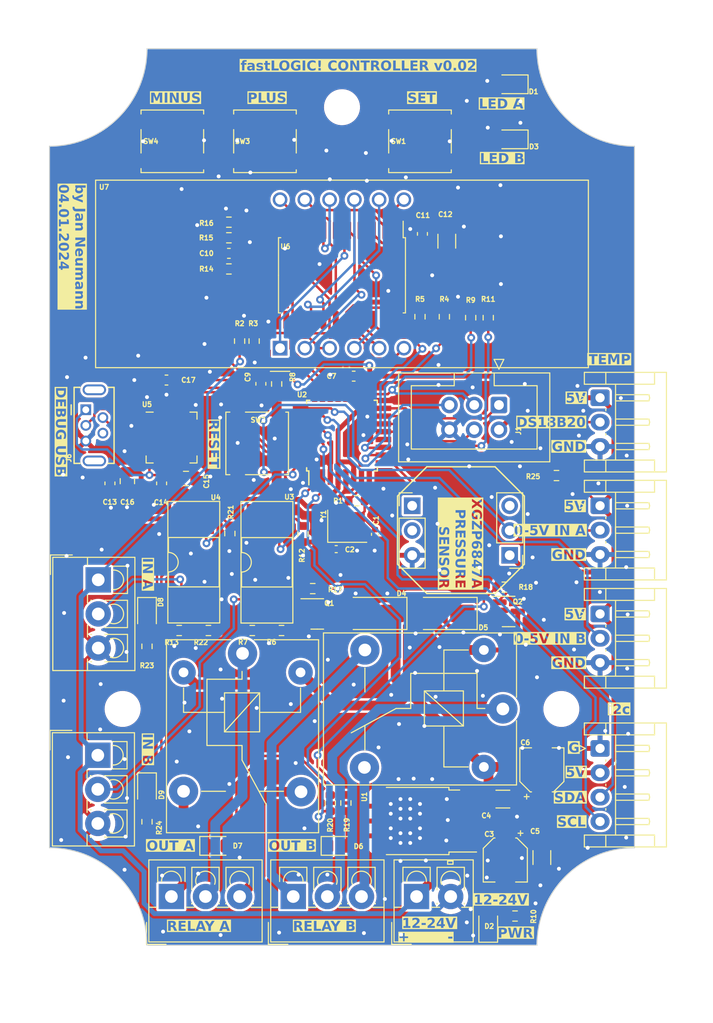
<source format=kicad_pcb>
(kicad_pcb (version 20221018) (generator pcbnew)
  (layers (0 "F.Cu" signal) (31 "B.Cu" signal) (34 "B.Paste" user) (35 "F.Paste" user) (36 "B.SilkS" user "B.Silkscreen") (37 "F.SilkS" user "F.Silkscreen") (38 "B.Mask" user) (39 "F.Mask" user) (44 "Edge.Cuts" user))
  (net 0 "")
  (net 1 "GND")
  (net 2 "Net-(U2-XTAL2{slash}PB7)")
  (net 3 "Net-(U2-XTAL1{slash}PB6)")
  (net 4 "reset")
  (net 5 "BUTTON")
  (net 6 "+12V")
  (net 7 "+5V")
  (net 8 "Net-(D1-A)")
  (net 9 "Net-(D2-A)")
  (net 10 "Net-(D3-A)")
  (net 11 "v_sens")
  (net 12 "Net-(U2-PD6)")
  (net 13 "Net-(U2-PD7)")
  (net 14 "Net-(J8-Pin_2)")
  (net 15 "Net-(D4-A)")
  (net 16 "Net-(D5-A)")
  (net 17 "Net-(J9-Pin_2)")
  (net 21 "Net-(D6-A)")
  (net 22 "LED_A")
  (net 23 "Net-(D7-A)")
  (net 24 "LED_B")
  (net 25 "Net-(R15-Pad1)")
  (net 26 "Net-(R16-Pad1)")
  (net 27 "Net-(D8-A)")
  (net 28 "Net-(D9-A)")
  (net 29 "D_OUT_A")
  (net 30 "Net-(U6-SEG1{slash}KS1)")
  (net 31 "Net-(U6-SEG2{slash}KS2)")
  (net 32 "Net-(U6-SEG3{slash}KS3)")
  (net 33 "Net-(U6-SEG4{slash}KS4)")
  (net 34 "Net-(U6-SEG5{slash}KS5)")
  (net 35 "Net-(U6-SEG6{slash}KS6)")
  (net 36 "Net-(U6-SEG7{slash}KS7)")
  (net 37 "Net-(U6-SEG8{slash}KS8)")
  (net 38 "Net-(U6-GRID4)")
  (net 39 "Net-(U6-GRID3)")
  (net 40 "Net-(U6-GRID2)")
  (net 41 "Net-(U6-GRID1)")
  (net 61 "DS18B20_DATA")
  (net 62 "MOSI")
  (net 63 "MISO")
  (net 64 "SDA")
  (net 65 "SCL")
  (net 66 "RX")
  (net 67 "TX")
  (net 75 "Net-(U5-~{DTR})")
  (net 76 "D_OUT_B")
  (net 77 "0-5V_IN_A")
  (net 78 "0-5V_IN_B")
  (net 79 "Net-(J14-Pin_1)")
  (net 80 "Net-(J14-Pin_2)")
  (net 81 "Net-(J14-Pin_3)")
  (net 82 "Net-(J15-Pin_1)")
  (net 83 "Net-(J15-Pin_2)")
  (net 84 "Net-(J15-Pin_3)")
  (net 85 "Net-(Q1-B)")
  (net 86 "Net-(Q2-B)")
  (net 87 "Net-(R6-Pad1)")
  (net 88 "DIG_IN_B")
  (net 89 "Net-(R22-Pad1)")
  (net 90 "DIG_IN_A")
  (net 92 "Net-(J6-VBUS)")
  (net 93 "Net-(J6-D-)")
  (net 94 "Net-(J6-D+)")
  (footprint "Resistor_SMD:R_0603_1608Metric" (layer "F.Cu") (at 75 47.6 -90)
    (fp_text reference "R11")
    (fp_text value "R330")
  )
  (footprint "Button_Switch_SMD:SW_Push_1P1T_NO_CK_KSC7xxJ" (layer "F.Cu") (at 42.6 29.5)
    (fp_text reference "SW4")
    (fp_text value "MINUS")
  )
  (footprint "LED_SMD:LED_0805_2012Metric" (layer "F.Cu") (at 77.4 23.65 180)
    (fp_text reference "D1")
    (fp_text value "LED_A")
  )
  (footprint "Resistor_SMD:R_0603_1608Metric" (layer "F.Cu") (at 43.3 79.7)
    (fp_text reference "R13")
    (fp_text value "R10k")
  )
  (footprint "Package_DIP:DIP-4_W8.89mm_SMDSocket_LongPads" (layer "F.Cu") (at 44.8 72.69 90)
    (fp_text reference "U4")
    (fp_text value "EL817")
  )
  (footprint "LED_SMD:LED_0805_2012Metric" (layer "F.Cu") (at 75 110 90)
    (fp_text reference "D2")
    (fp_text value "LED_PWR")
  )
  (footprint "TerminalBlock_4Ucon:TerminalBlock_4Ucon_1x03_P3.50mm_Vertical" (layer "F.Cu") (at 35 74.5 -90)
    (fp_text reference "J8" hide)
    (fp_text value "12-24V_IN_A")
  )
  (footprint "Resistor_SMD:R_0603_1608Metric" (layer "F.Cu") (at 61.5 66.3875 180)
    (fp_text reference "R1")
    (fp_text value "R1M")
  )
  (footprint "Capacitor_SMD:C_1206_3216Metric" (layer "F.Cu") (at 80.5 103 -90)
    (fp_text reference "C5")
    (fp_text value "C100nF")
  )
  (footprint "Package_TO_SOT_SMD:SOT-23" (layer "F.Cu") (at 77.0875 77.75)
    (fp_text reference "Q2")
    (fp_text value "MMBT5551L")
  )
  (footprint "Resistor_SMD:R_0603_1608Metric" (layer "F.Cu") (at 60.4 97.4 90)
    (fp_text reference "R19")
    (fp_text value "R330")
  )
  (footprint "LED_SMD:LED_0805_2012Metric" (layer "F.Cu") (at 47.1 101.8)
    (fp_text reference "D7")
    (fp_text value "LED_OUT_A")
  )
  (footprint "Package_TO_SOT_SMD:SOT-23" (layer "F.Cu") (at 57.4625 78)
    (fp_text reference "Q1")
    (fp_text value "MMBT5551L")
  )
  (footprint "Connector_JST:JST_EH_S3B-EH_1x03_P2.50mm_Horizontal" (layer "F.Cu") (at 86.4675 55.82 -90)
    (fp_text reference "J3" hide)
    (fp_text value "DS18B20")
  )
  (footprint "Resistor_SMD:R_0603_1608Metric" (layer "F.Cu") (at 82 63.8 180)
    (fp_text reference "R25")
    (fp_text value "R4.7k")
  )
  (footprint "Capacitor_SMD:C_1206_3216Metric" (layer "F.Cu") (at 70.75 39.75 90)
    (fp_text reference "C12")
    (fp_text value "C100uF")
  )
  (footprint "Capacitor_SMD:C_0603_1608Metric" (layer "F.Cu") (at 48.4 41 180)
    (fp_text reference "C10")
    (fp_text value "C100nF")
  )
  (footprint "Button_Switch_SMD:SW_Push_1P1T_NO_CK_KSC7xxJ" (layer "F.Cu") (at 68 29.5)
    (fp_text reference "SW1")
    (fp_text value "SET")
  )
  (footprint "Capacitor_SMD:C_0603_1608Metric" (layer "F.Cu") (at 36.2 64.6 -90)
    (fp_text reference "C13")
    (fp_text value "C100nF")
  )
  (footprint "LED_SMD:LED_0805_2012Metric" (layer "F.Cu") (at 77.4 29.3 180)
    (fp_text reference "D3")
    (fp_text value "LED_B")
  )
  (footprint "Resistor_SMD:R_0603_1608Metric" (layer "F.Cu") (at 50.99 50 -90)
    (fp_text reference "R3")
    (fp_text value "R2.2k")
  )
  (footprint "Capacitor_SMD:C_0402_1005Metric" (layer "F.Cu") (at 59.4075 71.35)
    (fp_text reference "C2")
    (fp_text value "C18pF")
  )
  (footprint "Package_DIP:DIP-4_W8.89mm_SMDSocket_LongPads" (layer "F.Cu") (at 52.3 72.7 90)
    (fp_text reference "U3")
    (fp_text value "EL817")
  )
  (footprint "Connector_JST:JST_EH_S3B-EH_1x03_P2.50mm_Horizontal" (layer "F.Cu") (at 86.4675 66.9 -90)
    (fp_text reference "J10" hide)
    (fp_text value "0-5V_ANALOG_IN_A")
  )
  (footprint "Connector_JST:JST_EH_S3B-EH_1x03_P2.50mm_Horizontal" (layer "F.Cu") (at 86.4675 78 -90)
    (fp_text reference "J13" hide)
    (fp_text value "0-5V_ANALOG_IN_B")
  )
  (footprint "TerminalBlock_4Ucon:TerminalBlock_4Ucon_1x03_P3.50mm_Vertical" (layer "F.Cu") (at 34.955 92.5 -90)
    (fp_text reference "J9" hide)
    (fp_text value "12-24V_IN_B")
  )
  (footprint "Connector_PinHeader_2.54mm:PinHeader_1x03_P2.54mm_Vertical" (layer "F.Cu") (at 67.2 66.9)
    (fp_text reference "J11" hide)
    (fp_text value "PRES_SENS_BOTTOM")
  )
  (footprint "MountingHole:MountingHole_3.2mm_M3_DIN965" (layer "F.Cu") (at 60 26)
    (fp_text reference "H1" hide)
    (fp_text value "MH")
  )
  (footprint "Resistor_SMD:R_0603_1608Metric" (layer "F.Cu") (at 73.2 47.6 -90)
    (fp_text reference "R9")
    (fp_text value "R330")
  )
  (footprint "Resistor_SMD:R_0603_1608Metric" (layer "F.Cu") (at 53.8 79.7)
    (fp_text reference "R6")
    (fp_text value "R470")
  )
  (footprint "TerminalBlock_4Ucon:TerminalBlock_4Ucon_1x03_P3.50mm_Vertical" (layer "F.Cu") (at 42.5 107)
    (fp_text reference "J15" hide)
    (fp_text value "RELAY_OUT_A")
  )
  (footprint "Resistor_SMD:R_0603_1608Metric" (layer "F.Cu") (at 48.4 37.8 180)
    (fp_text reference "R16")
    (fp_text value "R620")
  )
  (footprint "Resistor_SMD:R_0603_1608Metric" (layer "F.Cu") (at 40 99.325 -90)
    (fp_text reference "R24")
    (fp_text value "R330")
  )
  (footprint "Resistor_SMD:R_0603_1608Metric" (layer "F.Cu") (at 46.3 79.7 180)
    (fp_text reference "R22")
    (fp_text value "R470")
  )
  (footprint "Crystal:Crystal_SMD_3225-4Pin_3.2x2.5mm" (layer "F.Cu") (at 60.5375 69)
    (fp_text reference "Y1")
    (fp_text value "Crystal_25MHz")
  )
  (footprint "TerminalBlock_4Ucon:TerminalBlock_4Ucon_1x02_P3.50mm_Vertical" (layer "F.Cu") (at 67.65 107)
    (fp_text reference "J4" hide)
    (fp_text value "12-24V")
  )
  (footprint "Button_Switch_SMD:SW_Push_1P1T_NO_CK_KSC7xxJ" (layer "F.Cu") (at 52.1 29.5)
    (fp_text reference "SW3")
    (fp_text value "PLUS")
  )
  (footprint "MountingHole:MountingHole_3.2mm_M3_DIN965" (layer "F.Cu") (at 37.5 87.75)
    (fp_text reference "H5" hide)
    (fp_text value "MH")
  )
  (footprint "Relay_THT:Relay_SPDT_SANYOU_SRD_Series_Form_C" (layer "F.Cu") (at 49.8 82.05 -90)
    (fp_text reference "K1" hide)
    (fp_text value "SANYOU_SRD_Form_C")
  )
  (footprint "Resistor_SMD:R_0603_1608Metric" (layer "F.Cu") (at 40 81.325 -90)
    (fp_text reference "R23")
    (fp_text value "R330")
  )
  (footprint "Package_DFN_QFN:QFN-28-1EP_5x5mm_P0.5mm_EP3.35x3.35mm" (layer "F.Cu") (at 42.52 59.9)
    (fp_text reference "U5")
    (fp_text value "CP2102N-Axx-xQFN28")
  )
  (footprint "Resistor_SMD:R_0603_1608Metric" (layer "F.Cu") (at 70.5 47.5 -90)
    (fp_text reference "R4")
    (fp_text value "R10k")
  )
  (footprint "LED_SMD:LED_0805_2012Metric" (layer "F.Cu") (at 59.55 101.8)
    (fp_text reference "D6")
    (fp_text value "LED_OUT_B")
  )
  (footprint "Capacitor_SMD:C_0603_1608Metric" (layer "F.Cu") (at 68.25 39 90)
    (fp_text reference "C11")
    (fp_text value "C100nF")
  )
  (footprint "Connector_PinHeader_2.54mm:PinHeader_1x03_P2.54mm_Vertical" (layer "F.Cu") (at 77.2 71.98 180)
    (fp_text reference "J12" hide)
    (fp_text value "PRES_SENS_TOP")
  )
  (footprint "Resistor_SMD:R_0603_1608Metric" (layer "F.Cu") (at 58.8 97.414812 -90)
    (fp_text reference "R20")
    (fp_text value "R330")
  )
  (footprint "Resistor_SMD:R_0603_1608Metric" (layer "F.Cu") (at 48.5 69.75 -90)
    (fp_text reference "R21")
    (fp_text value "R10k")
  )
  (footprint "Resistor_SMD:R_0603_1608Metric" (layer "F.Cu") (at 76.65 75.25)
    (fp_text reference "R18")
    (fp_text value "R2.2k")
  )
  (footprint "Relay_THT:Relay_SPDT_SANYOU_SRD_Series_Form_C" (layer "F.Cu") (at 76.5 87.75 180)
    (fp_text reference "K2" hide)
    (fp_text value "SANYOU_SRD_Form_C")
  )
  (footprint "TerminalBlock_4Ucon:TerminalBlock_4Ucon_1x03_P3.50mm_Vertical" (layer "F.Cu") (at 55 107)
    (fp_text reference "J14" hide)
    (fp_text value "RELAY_OUT_B")
  )
  (footprint "Connector_IDC:IDC-Header_2x03_P2.54mm_Vertical" (layer "F.Cu") (at 76.1 56.56 -90)
    (fp_text reference "J1")
    (fp_text value "AVR-ISP-6")
  )
  (footprint "Capacitor_SMD:C_0805_2012Metric" (layer "F.Cu") (at 37.99 64.375 -90)
    (fp_text reference "C16")
    (fp_text value "C10uF")
  )
  (footprint "Resistor_SMD:R_0603_1608Metric" (layer "F.Cu") (at 56 69.8 -90)
    (fp_text reference "R12")
    (fp_text value "R10k")
  )
  (footprint "Connector_JST:JST_EH_S4B-EH_1x04_P2.50mm_Horizontal" (layer "F.Cu") (at 86.4675 91.8 -90)
    (fp_text reference "J5" hide)
    (fp_text value "I2C")
  )
  (footprint "Resistor_SMD:R_0603_1608Metric" (layer "F.Cu") (at 57 75.4 180)
    (fp_text reference "R17")
    (fp_text value "R2.2k")
  )
  (footprint "Capacitor_SMD:CP_Elec_4x5.4" (layer "F.Cu") (at 80.5 94 90)
    (fp_text reference "C6")
    (fp_text value "C_330nF")
  )
  (footprint "Package_TO_SOT_SMD:TO-252-2" (layer "F.Cu") (at 67.66 99.25 180)
    (fp_text reference "U1")
    (fp_text value "LM78M05_TO252")
  )
  (footprint "Resistor_SMD:R_0603_1608Metric" (layer "F.Cu") (at 48.4 42.6)
    (fp_text reference "R14")
    (fp_text value "R10k")
  )
  (footprint "Package_SO:SOP-20_7.5x12.8mm_P1.27mm" (layer "F.Cu") (at 60 43.25 -90)
    (fp_text reference "U6")
    (fp_text value "TM1637")
  )
  (footprint "LED_SMD:LED_0805_2012Metric" (layer "F.Cu") (at 40 78 -90)
    (fp_text reference "D8")
    (fp_text value "LED_OUT_B")
  )
  (footprint "LED_SMD:LED_0805_2012Metric" (layer "F.Cu") (at 40 96 -90)
    (fp_text reference "D9")
    (fp_text value "LED_OUT_B")
  )
  (footprint "Resistor_SMD:R_0603_1608Metric" (layer "F.Cu") (at 77.75 109)
    (fp_text reference "R10")
    (fp_text value "R330")
  )
  (footprint "Resistor_SMD:R_0603_1608Metric" (layer "F.Cu") (at 53.3 54.4 -90)
    (fp_text reference "R8")
    (fp_text value "R10k")
  )
  (footprint "Capacitor_SMD:C_0603_1608Metric" (layer "F.Cu") (at 41.5 64.6 90)
    (fp_text reference "C14")
    (fp_text value "C100nF")
  )
  (footprint "Capacitor_SMD:C_0603_1608Metric" (layer "F.Cu") (at 42 54)
    (fp_text reference "C17")
    (fp_text value "C100nF")
  )
  (footprint "Display_7Segment:CA56-12SRWA" (layer "F.Cu") (at 53.65 50.7275 90)
    (fp_text reference "U7")
    (fp_text value "CA56-12SRWA")
  )
  (footprint "Capacitor_SMD:C_1206_3216Metric" (layer "F.Cu") (at 76.5 97)
    (fp_text reference "C4")
    (fp_text value "C100nF")
  )
  (footprint "Capacitor_SMD:C_0402_1005Metric" (layer "F.Cu") (at 63.3875 69.83 90)
    (fp_text reference "C1")
    (fp_text value "C18pF")
  )
  (footprint "Diode_SMD:D_SMA" (layer "F.Cu") (at 70.35 77.95 180)
    (fp_text reference "D5")
    (fp_text value "D")
  )
  (footprint "Resistor_SMD:R_0603_1608Metric" (layer "F.Cu") (at 50.8 79.7)
    (fp_text reference "R7")
    (fp_text value "R10k")
  )
  (footprint "Package_QFP:TQFP-32_7x7mm_P0.8mm" (layer "F.Cu") (at 60 59.7 90)
    (fp_text reference "U2")
    (fp_text value "ATmega328P-A")
  )
  (footprint "Diode_SMD:D_SMA" (layer "F.Cu") (at 63.15 77.95 180)
    (fp_text reference "D4")
    (fp_text value "D")
  )
  (footprint "Capacitor_SMD:CP_Elec_4x5.4" (layer "F.Cu") (at 76.75 103.25 -90)
    (fp_text reference "C3")
    (fp_text value "C_330nF")
  )
  (footprint "Resistor_SMD:R_0603_1608Metric" (layer "F.Cu") (at 48.4 39.4)
    (fp_text reference "R15")
    (fp_text value "R330")
  )
  (footprint "Capacitor_SMD:C_0603_1608Metric" (layer "F.Cu") (at 51.68 54.385 90)
    (fp_text reference "C9")
    (fp_text value "C100nF")
  )
  (footprint "Connector_USB:USB_Mini-B_Tensility_54-00023_Vertical" (layer "F.Cu") (at 33.725 57.05 -90)
    (fp_text reference "J6")
    (fp_text value "USB_B_Mini")
  )
  (footprint "Resistor_SMD:R_0603_1608Metric" (layer "F.Cu") (at 49.5 50 90)
    (fp_text reference "R2")
    (fp_text value "R10k")
  )
  (footprint "Resistor_SMD:R_0603_1608Metric" (layer "F.Cu") (at 68 47.5 -90)
    (fp_text reference "R5")
    (fp_text value "R10k")
  )
  (footprint "Capacitor_SMD:C_0603_1608Metric" (layer "F.Cu") (at 61.2 53.6 180)
    (fp_text reference "C7")
    (fp_text value "C100nF")
  )
  (footprint "Button_Switch_SMD:SW_Push_1P1T_NO_CK_KSC7xxJ" (layer "F.Cu") (at 51.3 60.5 90)
    (fp_text reference "SW2")
    (fp_text value "reset")
  )
  (footprint "Capacitor_SMD:C_0805_2012Metric" (layer "F.Cu") (at 44 64.1 180)
    (fp_text reference "C15")
    (fp_text value "C10uF")
  )
  (footprint "MountingHole:MountingHole_3.2mm_M3_DIN965" (layer "F.Cu") (at 82.5 87.75)
    (fp_text reference "H3" hide)
    (fp_text value "MH")
  )
  (gr_line (start 78.7 65.9) (end 75.7 62.9) (stroke (width 0.15)) (layer "F.SilkS"))
  (gr_line (start 75.7 75.9) (end 68.7 75.9) (stroke (width 0.15)) (layer "F.SilkS"))
  (gr_line (start 65.7 72.9) (end 68.7 75.9) (stroke (width 0.15)) (layer "F.SilkS"))
  (gr_line (start 75.7 75.9) (end 78.7 72.9) (stroke (width 0.15)) (layer "F.SilkS"))
  (gr_line (start 78.7 65.9) (end 78.7 72.9) (stroke (width 0.15)) (layer "F.SilkS"))
  (gr_line (start 68.7 62.9) (end 65.7 65.9) (stroke (width 0.15)) (layer "F.SilkS"))
  (gr_line (start 65.7 72.9) (end 65.7 65.9) (stroke (width 0.15)) (layer "F.SilkS"))
  (gr_line (start 68.7 62.9) (end 75.7 62.9) (stroke (width 0.15)) (layer "F.SilkS"))
  (gr_arc (start 80 112) (mid 82.928932 104.928932) (end 90 102) (stroke (width 0.1)) (layer "Edge.Cuts"))
  (gr_line (start 90 102) (end 90 30) (stroke (width 0.1)) (layer "Edge.Cuts"))
  (gr_arc (start 40 20) (mid 37.071068 27.071068) (end 30 30) (stroke (width 0.1)) (layer "Edge.Cuts"))
  (gr_line (start 40 20) (end 80 20) (stroke (width 0.1)) (layer "Edge.Cuts"))
  (gr_line (start 30 30) (end 30 102) (stroke (width 0.1)) (layer "Edge.Cuts"))
  (gr_line (start 40 112) (end 80 112) (stroke (width 0.1)) (layer "Edge.Cuts"))
  (gr_arc (start 90 30) (mid 82.928932 27.071068) (end 80 20) (stroke (width 0.1)) (layer "Edge.Cuts"))
  (gr_arc (start 30 102) (mid 37.071068 104.928932) (end 40 112) (stroke (width 0.1)) (layer "Edge.Cuts"))
  (gr_text "XGZP6847A\nPRESSURE\nSENSOR" (at 69.8 75.4 -90) (layer "F.SilkS" knockout) (effects (font (size 1 1) (thickness 0.25) bold) (justify right bottom)))
  (gr_text "DS18B20" (at 85 58.4) (layer "F.SilkS" knockout) (effects (font (size 1 1) (thickness 0.25) bold) (justify right)))
  (gr_text "LED A" (at 78.6 26.3) (layer "F.SilkS" knockout) (effects (font (size 1 1) (thickness 0.25) bold) (justify right bottom)))
  (gr_text "TEMP" (at 89.6 51.95) (layer "F.SilkS" knockout) (effects (font (size 1 1) (thickness 0.25) bold) (justify right)))
  (gr_text "RELAY A" (at 48.5 110.1) (layer "F.SilkS" knockout) (effects (font (size 1 1) (thickness 0.25) bold) (justify right)))
  (gr_text "IN B" (at 40 93.5 270) (layer "F.SilkS" knockout) (effects (font (size 1 1) (thickness 0.25) bold) (justify right)))
  (gr_text "G" (at 84.3675 91.8) (layer "F.SilkS" knockout) (effects (font (size 1 1) (thickness 0.25) bold) (justify right)))
  (gr_text "DEBUG USB" (at 30.5 54.7 -90) (layer "F.SilkS" knockout) (effects (font (size 1 1) (thickness 0.25) bold) (justify left bottom)))
  (gr_text "12-24V" (at 71.7 109.8) (layer "F.SilkS" knockout) (effects (font (size 1 1) (thickness 0.25) bold) (justify right)))
  (gr_text "by Jan Neumann\n04.01.2024" (at 30.8 33.9 270) (layer "F.SilkS" knockout) (effects (font (size 1 1) (thickness 0.25) bold) (justify left bottom)))
  (gr_text "5V" (at 84.9 78.1) (layer "F.SilkS" knockout) (effects (font (size 1 1) (thickness 0.25) bold) (justify right)))
  (gr_text "LED B" (at 78.7 31.9) (layer "F.SilkS" knockout) (effects (font (size 1 1) (thickness 0.25) bold) (justify right bottom)))
  (gr_text "OUT A" (at 44.8 101.85) (layer "F.SilkS" knockout) (effects (font (size 1 1) (thickness 0.25) bold) (justify right)))
  (gr_text "RESET" (at 46.2 58.05 -90) (layer "F.SilkS" knockout) (effects (font (size 1 1) (thickness 0.25) bold) (justify left bottom)))
  (gr_text "OUT B" (at 57.3 101.85) (layer "F.SilkS" knockout) (effects (font (size 1 1) (thickness 0.25) bold) (justify right)))
  (gr_text "PLUS" (at 50.3 25.7) (layer "F.SilkS" knockout) (effects (font (size 1 1) (thickness 0.25) bold) (justify left bottom)))
  (gr_text "fastLOGIC! CONTROLLER v0.02" (at 49.6 22.4) (layer "F.SilkS" knockout) (effects (font (size 1 1) (thickness 0.25) bold) (justify left bottom)))
  (gr_text "MINUS" (at 40.3 25.7) (layer "F.SilkS" knockout) (effects (font (size 1 1) (thickness 0.25) bold) (justify left bottom)))
  (gr_text "GND" (at 85 72) (layer "F.SilkS" knockout) (effects (font (size 1 1) (thickness 0.25) bold) (justify right)))
  (gr_text "GND" (at 85 60.9) (layer "F.SilkS" knockout) (effects (font (size 1 1) (thickness 0.25) bold) (justify right)))
  (gr_text "-" (at 71.4 103.5) (layer "F.SilkS" knockout) (effects (font (size 1 1) (thickness 0.25) bold) (justify right)))
  (gr_text "0-5V IN B" (at 85 80.6) (layer "F.SilkS" knockout) (effects (font (size 1 1) (thickness 0.25) bold) (justify right)))
  (gr_text "PWR" (at 79.6 110.8) (layer "F.SilkS" knockout) (effects (font (size 1 1) (thickness 0.25) bold) (justify right)))
  (gr_text "+        -" (at 71.4 111.2) (layer "F.SilkS" knockout) (effects (font (size 1 1) (thickness 0.25) bold) (justify right)))
  (gr_text "i2c" (at 89.55 87.85) (layer "F.SilkS" knockout) (effects (font (size 1 1) (thickness 0.25) bold) (justify right)))
  (gr_text "12-24V" (at 79.05 107.4) (layer "F.SilkS" knockout) (effects (font (size 1 1) (thickness 0.25) bold) (justify right)))
  (gr_text "SDA" (at 85 96.9) (layer "F.SilkS" knockout) (effects (font (size 1 1) (thickness 0.25) bold) (justify right)))
  (gr_text "IN A" (at 40 75.5 -90) (layer "F.SilkS" knockout) (effects (font (size 1 1) (thickness 0.25) bold) (justify right)))
  (gr_text "SET" (at 66.7 25.7) (layer "F.SilkS" knockout) (effects (font (size 1 1) (thickness 0.25) bold) (justify left bottom)))
  (gr_text "5V" (at 85 55.9) (layer "F.SilkS" knockout) (effects (font (size 1 1) (thickness 0.25) bold) (justify right)))
  (gr_text "0-5V IN A" (at 85 69.5) (layer "F.SilkS" knockout) (effects (font (size 1 1) (thickness 0.25) bold) (justify right)))
  (gr_text "RELAY B" (at 61.4 110.1) (layer "F.SilkS" knockout) (effects (font (size 1 1) (thickness 0.25) bold) (justify right)))
  (gr_text "5V" (at 84.9 67) (layer "F.SilkS" knockout) (effects (font (size 1 1) (thickness 0.25) bold) (justify right)))
  (gr_text "GND" (at 85 83.1) (layer "F.SilkS" knockout) (effects (font (size 1 1) (thickness 0.25) bold) (justify right)))
  (gr_text "5V" (at 85 94.3) (layer "F.SilkS" knockout) (effects (font (size 1 1) (thickness 0.25) bold) (justify right)))
  (gr_text "SCL" (at 85 99.4) (layer "F.SilkS" knockout) (effects (font (size 1 1) (thickness 0.25) bold) (justify right)))
  (segment (start 59.6 54.425) (end 60.425 53.6) (width 0.25) (layer "F.Cu") (net 1))
  (segment (start 65.715 38.65) (end 66.85 38.65) (width 0.25) (layer "F.Cu") (net 1))
  (segment (start 68.25 38.225) (end 67.275 38.225) (width 0.25) (layer "F.Cu") (net 1))
  (segment (start 58.8 63.95) (end 58.8 62.9) (width 0.25) (layer "F.Cu") (net 1))
  (segment (start 66.85 38.65) (end 67 38.5) (width 0.25) (layer "F.Cu") (net 1))
  (segment (start 68.25 38.225) (end 70.7 38.225) (width 0.25) (layer "F.Cu") (net 1))
  (segment (start 42.02 59.4) (end 42.52 59.9) (width 0.25) (layer "F.Cu") (net 1))
  (segment (start 70.75 38.275) (end 72.475 38.275) (width 0.25) (layer "F.Cu") (net 1))
  (segment (start 70.7 38.225) (end 70.75 38.275) (width 0.25) (layer "F.Cu") (net 1))
  (segment (start 58.05 62.15) (end 57.4 62.15) (width 0.25) (layer "F.Cu") (net 1))
  (segment (start 58.8 62.9) (end 58.05 62.15) (width 0.25) (layer "F.Cu") (net 1))
  (segment (start 67.275 38.225) (end 67 38.5) (width 0.25) (layer "F.Cu") (net 1))
  (segment (start 54.625 79.7) (end 56 79.7) (width 0.25) (layer "F.Cu") (net 1))
  (segment (start 56 79.7) (end 56.6 80.3) (width 0.25) (layer "F.Cu") (net 1))
  (segment (start 59.6 55.45) (end 59.6 54.425) (width 0.25) (layer "F.Cu") (net 1))
  (segment (start 72.475 38.275) (end 72.5 38.25) (width 0.25) (layer "F.Cu") (net 1))
  (segment (start 40.07 59.4) (end 42.02 59.4) (width 0.25) (layer "F.Cu") (net 1))
  (via (at 45.85 29.4) (size 0.8) (drill 0.4) (layers "F.Cu" "B.Cu") (net 1))
  (via (at 61.4 75.9) (size 0.8) (drill 0.4) (layers "F.Cu" "B.Cu") (net 1))
  (via (at 45.25 104.65) (size 0.8) (drill 0.4) (layers "F.Cu" "B.Cu") (net 1))
  (via (at 35.25 85.2) (size 0.8) (drill 0.4) (layers "F.Cu" "B.Cu") (net 1))
  (via (at 74.45 86.4) (size 0.8) (drill 0.4) (layers "F.Cu" "B.Cu") (net 1))
  (via (at 68 101) (size 0.8) (drill 0.4) (layers "F.Cu" "B.Cu") (net 1))
  (via (at 31.4 63.7) (size 0.8) (drill 0.4) (layers "F.Cu" "B.Cu") (net 1))
  (via (at 72.45 79.9) (size 0.8) (drill 0.4) (layers "F.Cu" "B.Cu") (net 1))
  (via (at 89.15 100.95) (size 0.8) (drill 0.4) (layers "F.Cu" "B.Cu") (net 1))
  (via (at 53.55 110.7) (size 0.8) (drill 0.4) (layers "F.Cu" "B.Cu") (net 1))
  (via (at 31.2 101.2) (size 0.8) (drill 0.4) (layers "F.Cu" "B.Cu") (net 1))
  (via (at 73.85 83.85) (size 0.8) (drill 0.4) (layers "F.Cu" "B.Cu") (net 1))
  (via (at 48.1 36.4) (size 0.8) (drill 0.4) (layers "F.Cu" "B.Cu") (net 1))
  (via (at 78.45 103.05) (size 0.8) (drill 0.4) (layers "F.Cu" "B.Cu") (net 1))
  (via (at 31.8 53.7) (size 0.8) (drill 0.4) (layers "F.Cu" "B.Cu") (net 1))
  (via (at 42.8 81.3) (size 0.8) (drill 0.4) (layers "F.Cu" "B.Cu") (net 1))
  (via (at 67 38.5) (size 0.8) (drill 0.4) (layers "F.Cu" "B.Cu") (net 1))
  (via (at 68 97.5) (size 0.8) (drill 0.4) (layers "F.Cu" "B.Cu") (net 1))
  (via (at 50.2 36.6) (size 0.8) (drill 0.4) (layers "F.Cu" "B.Cu") (net 1))
  (via (at 70.75 97) (size 0.8) (drill 0.4) (layers "F.Cu" "B.Cu") (net 1))
  (via (at 77.15 73.85) (size 0.8) (drill 0.4) (layers "F.Cu" "B.Cu") (net 1))
  (via (at 48.7 73.9) (size 0.8) (drill 0.4) (layers "F.Cu" "B.Cu") (net 1))
  (via (at 53.1 60) (size 0.8) (drill 0.4) (layers "F.Cu" "B.Cu") (net 1))
  (via (at 65 98.5) (size 0.8) (drill 0.4) (layers "F.Cu" "B.Cu") (net 1))
  (via (at 69.55 65.05) (size 0.8) (drill 0.4) (layers "F.Cu" "B.Cu") (net 1))
  (via (at 71.9 34.25) (size 0.8) (drill 0.4) (layers "F.Cu" "B.Cu") (net 1))
  (via (at 74.95 103.3) (size 0.8) (drill 0.4) (layers "F.Cu" "B.Cu") (net 1))
  (via (at 68.6 103.3) (size 0.8) (drill 0.4) (layers "F.Cu" "B.Cu") (net 1))
  (via (at 63.75 91.7) (size 0.8) (drill 0.4) (layers "F.Cu" "B.Cu") (net 1))
  (via (at 73.4 54.75) (size 0.8) (drill 0.4) (layers "F.Cu" "B.Cu") (net 1))
  (via (at 37.7 92.9) (size 0.8) (drill 0.4) (layers "F.Cu" "B.Cu") (net 1))
  (via (at 44.5 71.8) (size 0.8) (drill 0.4) (layers "F.Cu" "B.Cu") (net 1))
  (via (at 80.35 105.85) (size 0.8) (drill 0.4) (layers "F.Cu" "B.Cu") (net 1))
  (via (at 67.5 84.05) (size 0.8) (drill 0.4) (layers "F.Cu" "B.Cu") (net 1))
  (via (at 50.95 64.25) (size 0.8) (drill 0.4) (layers "F.Cu" "B.Cu") (net 1))
  (via (at 76.25 34) (size 0.8) (drill 0.4) (layers "F.Cu" "B.Cu") (net 1))
  (via (at 49.3 60.45) (size 0.8) (drill 0.4) (layers "F.Cu" "B.Cu") (net 1))
  (via (at 75.1 70.95) (size 0.8) (drill 0.4) (layers "F.Cu" "B.Cu") (net 1))
  (via (at 58.8 53.45) (size 0.8) (drill 0.4) (layers "F.Cu" "B.Cu") (net 1))
  (via (at 78.65 76.45) (size 0.8) (drill 0.4) (layers "F.Cu" "B.Cu") (net 1))
  (via (at 47.35 33.1) (size 0.8) (drill 0.4) (layers "F.Cu" "B.Cu") (net 1))
  (via (at 78.3 27.6) (size 0.8) (drill 0.4) (layers "F.Cu" "B.Cu") (net 1))
  (via (at 46.45 53.15) (size 0.8) (drill 0.4) (layers "F.Cu" "B.Cu") (net 1))
  (via (at 76.3 44.15) (size 0.8) (drill 0.4) (layers "F.Cu" "B.Cu") (net 1))
  (via (at 78.85 81.15) (size 0.8) (drill 0.4) (layers "F.Cu" "B.Cu") (net 1))
  (via (at 43.05 93.15) (size 0.8) (drill 0.4) (layers "F.Cu" "B.Cu") (net 1))
  (via (at 89.25 66.9) (size 0.8) (drill 0.4) (layers "F.Cu" "B.Cu") (net 1))
  (via (at 59.4 66.6) (size 0.8) (drill 0.4) (layers "F.Cu" "B.Cu") (net 1))
  (via (at 67 98) (size 0.8) (drill 0.4) (layers "F.Cu" "B.Cu") (net 1))
  (via (at 41.65 110.6) (size 0.8) (drill 0.4) (layers "F.Cu" "B.Cu") (net 1))
  (via (at 45.15 38.1) (size 0.8) (drill 0.4) (layers "F.Cu" "B.Cu") (net 1))
  (via (at 57.7 42.1) (size 0.8) (drill 0.4) (layers "F.Cu" "B.Cu") (net 1))
  (via (at 51.1 74.5) (size 0.8) (drill 0.4) (layers "F.Cu" "B.Cu") (net 1))
  (via (at 65.05 86.3) (size 0.8) (drill 0.4) (layers "F.Cu" "B.Cu") (net 1))
  (via (at 83.8 81.65) (size 0.8) (drill 0.4) (layers "F.Cu" "B.Cu") (net 1))
  (via (at 86.3 64.6) (size 0.8) (drill 0.4) (layers "F.Cu" "B.Cu") (net 1))
  (via (at 78.25 62.85) (size 0.8) (drill 0.4) (layers "F.Cu" "B.Cu") (net 1))
  (via (at 84.15 54.6) (size 0.8) (drill 0.4) (layers "F.Cu" "B.Cu") (net 1))
  (via (at 82.25 91.75) (size 0.8) (drill 0.4) (layers "F.Cu" "B.Cu") (net 1))
  (via (at 56 72) (size 0.8) (drill 0.4) (layers "F.Cu" "B.Cu") (net 1))
  (via (at 78.5 91.75) (size 0.8) (drill 0.4) (layers "F.Cu" "B.Cu") (net 1))
  (via (at 80.7 78.6) (size 0.8) (drill 0.4) (layers "F.Cu" "B.Cu") (net 1))
  (via (at 48.45 95.45) (size 0.8) (drill 0.4) (layers "F.Cu" "B.Cu") (net 1))
  (via (at 42 55.5) (size 0.8) (drill 0.4) (layers "F.Cu" "B.Cu") (net 1))
  (via (at 75.35 66) (size 0.8) (drill 0.4) (layers "F.Cu" "B.Cu") (net 1))
  (via (at 57.9 68.4) (size 0.8) (drill 0.4) (layers "F.Cu" "B.Cu") (net 1))
  (via (at 62.25 110.75) (size 0.8) (drill 0.4) (layers "F.Cu" "B.Cu") (net 1))
  (via (at 65.85 89.3) (size 0.8) (drill 0.4) (layers "F.Cu" "B.Cu") (net 1))
  (via (at 70.85 99.15) (size 0.8) (drill 0.4) (layers "F.Cu" "B.Cu") (net 1))
  (via (at 89.15 73.2) (size 0.8) (drill 0.4) (layers "F.Cu" "B.Cu") (net 1))
  (via (at 73.2 108.3) (size 0.8) (drill 0.4) (layers "F.Cu" "B.Cu") (net 1))
  (via (at 46.5 63.9) (size 0.8) (drill 0.4) (layers "F.Cu" "B.Cu") (net 1))
  (via (at 49.95 47.4) (size 0.8) (drill 0.4) (layers "F.Cu" "B.Cu") (net 1))
  (via (at 64.75 44.85) (size 0.8) (drill 0.4) (layers "F.Cu" "B.Cu") (net 1))
  (via (at 67.35 94.9) (size 0.8) (drill 0.4) (layers "F.Cu" "B.Cu") (net 1))
  (via (at 71.05 29.5) (size 0.8) (drill 0.4) (layers "F.Cu" "B.Cu") (net 1))
  (via (at 80.35 61) (size 0.8) (drill 0.4) (layers "F.Cu" "B.Cu") (net 1))
  (via (at 67 99) (size 0.8) (drill 0.4) (layers "F.Cu" "B.Cu") (net 1))
  (via (at 69.25 94.95) (size 0.8) (drill 0.4) (layers "F.Cu" "B.Cu") (net 1))
  (via (at 54.15 40.5) (size 0.8) (drill 0.4) (layers "F.Cu" "B.Cu") (net 1))
  (via (at 58.6 76.8) (size 0.8) (drill 0.4) (layers "F.Cu" "B.Cu") (net 1))
  (via (at 77.4 60.35) (size 0.8) (drill 0.4) (layers "F.Cu" "B.Cu") (net 1))
  (via (at 76.3 39.25) (size 0.8) (drill 0.4) (layers "F.Cu" "B.Cu") (net 1))
  (via (at 65.8 94.95) (size 0.8) (drill 0.4) (layers "F.Cu" "B.Cu") (net 1))
  (via (at 67 97) (size 0.8) (drill 0.4) (layers "F.Cu" "B.Cu") (net 1))
  (via (at 37.8 100.85) (size 0.8) (drill 0.4) (layers "F.Cu" "B.Cu") (net 1))
  (via (at 50.55 39.85) (size 0.8) (drill 0.4) (layers "F.Cu" "B.Cu") (net 1))
  (via (at 39.6 29.5) (size 0.8) (drill 0.4) (layers "F.Cu" "B.Cu") (net 1))
  (via (at 79.05 57.15) (size 0.8) (drill 0.4) (layers "F.Cu" "B.Cu") (net 1))
  (via (at 65.15 67.9) (size 0.8) (drill 0.4) (layers "F.Cu" "B.Cu") (net 1))
  (via (at 37.95 67.05) (size 0.8) (drill 0.4) (layers "F.Cu" "B.Cu") (net 1))
  (via (at 79.9 74.8) (size 0.8) (drill 0.4) (layers "F.Cu" "B.Cu") (net 1))
  (via (at 39.1 51.5) (size 0.8) (drill 0.4) (layers "F.Cu" "B.Cu") (net 1))
  (via (at 66 99) (size 0.8) (drill 0.4) (layers "F.Cu" "B.Cu") (net 1))
  (via (at 74.9 23.3) (size 0.8) (drill 0.4) (layers "F.Cu" "B.Cu") (net 1))
  (via (at 40 55.75) (size 0.8) (drill 0.4) (layers "F.Cu" "B.Cu") (net 1))
  (via (at 45.9 50.3) (size 0.8) (drill 0.4) (layers "F.Cu" "B.Cu") (net 1))
  (via (at 58.4 30.45) (size 0.8) (drill 0.4) (layers "F.Cu" "B.Cu") (net 1))
  (via (at 76.2 80.1) (size 0.8) (drill 0.4) (layers "F.Cu" "B.Cu") (net 1))
  (via (at 45.25 99.8) (size 0.8) (drill 0.4) (layers "F.Cu" "B.Cu") (net 1))
  (via (at 65.1 29.45) (size 0.8) (drill 0.4) (layers "F.Cu" "B.Cu") (net 1))
  (via (at 69.9 54.5) (size 0.8) (drill 0.4) (layers "F.Cu" "B.Cu") (net 1))
  (via (at 88.6 55.85) (size 0.8) (drill 0.4) (layers "F.Cu" "B.Cu") (net 1))
  (via (at 55.55 104.75) (size 0.8) (drill 0.4) (layers "F.Cu" "B.Cu") (net 1))
  (via (at 73.45 111) (size 0.8) (drill 0.4) (layers "F.Cu" "B.Cu") (net 1))
  (via (at 37.9 81.9) (size 0.8) (drill 0.4) (layers "F.Cu" "B.Cu") (net 1))
  (via (at 70 81.4) (size 0.8) (drill 0.4) (layers "F.Cu" "B.Cu") (net 1))
  (via (at 79.05 67.75) (size 0.8) (drill 0.4) (layers "F.Cu" "B.Cu") (net 1))
  (via (at 89 95.75) (size 0.8) (drill 0.4) (layers "F.Cu" "B.Cu") (net 1))
  (via (at 66.95 81.45) (size 0.8) (drill 0.4) (layers "F.Cu" "B.Cu") (net 1))
  (via (at 82.25 104.15) (size 0.8) (drill 0.4) (layers "F.Cu" "B.Cu") (net 1))
  (via (at 55.25 93.3) (size 0.8) (drill 0.4) (layers "F.Cu" "B.Cu") (net 1))
  (via (at 38.7 54) (size 0.8) (drill 0.4) (layers "F.Cu" "B.Cu") (net 1))
  (via (at 47.55 110.95) (size 0.8) (drill 0.4) (layers "F.Cu" "B.Cu") (net 1))
  (via (at 83.65 65.7) (size 0.8) (drill 0.4) (layers "F.Cu" "B.Cu") (net 1))
  (via (at 48.45 71.55) (size 0.8) (drill 0.4) (layers "F.Cu" "B.Cu") (net 1))
  (via (at 66 100.5) (size 0.8) (drill 0.4) (layers "F.Cu" "B.Cu") (net 1))
  (via (at 31.9 92.7) (size 0.8) (drill 0.4) (layers "F.Cu" "B.Cu") (net 1))
  (via (at 38.4 58.7) (size 0.8) (drill 0.4) (layers "F.Cu" "B.Cu") (net 1))
  (via (at 41.55 104.85) (size 0.8) (drill 0.4) (layers "F.Cu" "B.Cu") (net 1))
  (via (at 79.85 107.7) (size 0.8) (drill 0.4) (layers "F.Cu" "B.Cu") (net 1))
  (via (at 78.75 54.4) (size 0.8) (drill 0.4) (layers "F.Cu" "B.Cu") (net 1))
  (via (at 46.1 45.55) (size 0.8) (drill 0.4) (layers "F.Cu" "B.Cu") (net 1))
  (via (at 35.2 89.85) (size 0.8) (drill 0.4) (layers "F.Cu" "B.Cu") (net 1))
  (via (at 64.65 75.9) (size 0.8) (drill 0.4) (layers "F.Cu" "B.Cu") (net 1))
  (via (at 58.55 82.7) (size 0.8) (drill 0.4) (layers "F.Cu" "B.Cu") (net 1))
  (via (at 70 73.5) (size 0.8) (drill 0.4) (layers "F.Cu" "B.Cu") (net 1))
  (via (at 50.6 32.7) (size 0.8) (drill 0.4) (layers "F.Cu" "B.Cu") (net 1))
  (via (at 66.55 33.2) (size 0.8) (drill 0.4) (layers "F.Cu" "B.Cu") (net 1))
  (via (at 55.1 29.35) (size 0.8) (drill 0.4) (layers "F.Cu" "B.Cu") (net 1))
  (via (at 38 73.05) (size 0.8) (drill 0.4) (layers "F.Cu" "B.Cu") (net 1))
  (via (at 72.85 104.85) (size 0.8) (drill 0.4) (layers "F.Cu" "B.Cu") (net 1))
  (via (at 31.45 86.9) (size 0.8) (drill 0.4) (layers "F.Cu" "B.Cu") (net 1))
  (via (at 56.15 100) (size 0.8) (drill 0.4) (layers "F.Cu" "B.Cu") (net 1))
  (via (at 33.7 51.7) (size 0.8) (drill 0.4) (layers "F.Cu" "B.Cu") (net 1))
  (via (at 36.3 67.1) (size 0.8) (drill 0.4) (layers "F.Cu" "B.Cu") (net 1))
  (via (at 65 100) (size 0.8) (drill 0.4) (layers "F.Cu" "B.Cu") (net 1))
  (via (at 89.35 90.3) (size 0.8) (drill 0.4) (layers "F.Cu" "B.Cu") (net 1))
  (via (at 43.55 34.4) (size 0.8) (drill 0.4) (layers "F.Cu" "B.Cu") (net 1))
  (via (at 68 100) (size 0.8) (drill 0.4) (layers "F.Cu" "B.Cu") (net 1))
  (via (at 63.35 71.5) (size 0.8) (drill 0.4) (layers "F.Cu" "B.Cu") (net 1))
  (via (at 62.55 33.55) (size 0.8) (drill 0.4) (layers "F.Cu" "B.Cu") (net 1))
  (via (at 87 90) (size 0.8) (drill 0.4) (layers "F.Cu" "B.Cu") (net 1))
  (via (at 45 81.5) (size 0.8) (drill 0.4) (layers "F.Cu" "B.Cu") (net 1))
  (via (at 57.4 62.15) (size 0.8) (drill 0.4) (layers "F.Cu" "B.Cu") (net 1))
  (via (at 66 101.5) (size 0.8) (drill 0.4) (layers "F.Cu" "B.Cu") (net 1))
  (via (at 66.8 62.15) (size 0.8) (drill 0.4) (layers "F.Cu" "B.Cu") (net 1))
  (via (at 72.8 109.65) (size 0.8) (drill 0.4) (layers "F.Cu" "B.Cu") (net 1))
  (via (at 47.6 56.5) (size 0.8) (drill 0.4) (layers "F.Cu" "B.Cu") (net 1))
  (via (at 54.75 65.2) (size 0.8) (drill 0.4) (layers "F.Cu" "B.Cu") (net 1))
  (via (at 33.4 64) (size 0.8) (drill 0.4) (layers "F.Cu" "B.Cu") (net 1))
  (via (at 65 97.5) (size 0.8) (drill 0.4) (layers "F.Cu" "B.Cu") (net 1))
  (via (at 89.2 61.75) (size 0.8) (drill 0.4) (layers "F.Cu" "B.Cu") (net 1))
  (via (at 69.8 68.75) (size 0.8) (drill 0.4) (layers "F.Cu" "B.Cu") (net 1))
  (via (at 54.5 74.3) (size 0.8) (drill 0.4) (layers "F.Cu" "B.Cu") (net 1))
  (via (at 69.25 43.25) (size 0.8) (drill 0.4) (layers "F.Cu" "B.Cu") (net 1))
  (via (at 41.25 69.8) (size 0.8) (drill 0.4) (layers "F.Cu" "B.Cu") (net 1))
  (via (at 79.55 72.2) (size 0.8) (drill 0.4) (layers "F.Cu" "B.Cu") (net 1))
  (via (at 57.2 89) (size 0.8) (drill 0.4) (layers "F.Cu" "B.Cu") (net 1))
  (via (at 49.25 29.45) (size 0.8) (drill 0.4) (layers "F.Cu" "B.Cu") (net 1))
  (via (at 69.6 86.5) (size 0.8) (drill 0.4) (layers "F.Cu" "B.Cu") (net 1))
  (via (at 43.85 87.1) (size 0.8) (drill 0.4) (layers "F.Cu" "B.Cu") (net 1))
  (via (at 47.7 86.7) (size 0.8) (drill 0.4) (layers "F.Cu" "B.Cu") (net 1))
  (via (at 66 98) (size 0.8) (drill 0.4) (layers "F.Cu" "B.Cu") (net 1))
  (via (at 59.85 74) (size 0.8) (drill 0.4) (layers "F.Cu" "B.Cu") (net 1))
  (via (at 54.75 87.25) (size 0.8) (drill 0.4) (layers "F.Cu" "B.Cu") (net 1))
  (via (at 80 84.5) (size 0.8) (drill 0.4) (layers "F.Cu" "B.Cu") (net 1))
  (via (at 72.8 25.35) (size 0.8) (drill 0.4) (layers "F.Cu" "B.Cu") (net 1))
  (via (at 62.6 57.75) (size 0.8) (drill 0.4) (layers "F.Cu" "B.Cu") (net 1))
  (via (at 72.5 38.25) (size 0.8) (drill 0.4) (layers "F.Cu" "B.Cu") (net 1))
  (via (at 71.9 45.45) (size 0.8) (drill 0.4) (layers "F.Cu" "B.Cu") (net 1))
  (via (at 56 64.55) (size 0.8) (drill 0.4) (layers "F.Cu" "B.Cu") (net 1))
  (via (at 67.55 80) (size 0.8) (drill 0.4) (layers "F.Cu" "B.Cu") (net 1))
  (via (at 37.95 96.9) (size 0.8) (drill 0.4) (layers "F.Cu" "B.Cu") (net 1))
  (via (at 89.3 78.05) (size 0.8) (drill 0.4) (layers "F.Cu" "B.Cu") (net 1))
  (via (at 68.45 89.5) (size 0.8) (drill 0.4) (layers "F.Cu" "B.Cu") (net 1))
  (via (at 84.75 57.15) (size 0.8) (drill 0.4) (layers "F.Cu" "B.Cu") (net 1))
  (via (at 66 97) (size 0.8) (drill 0.4) (layers "F.Cu" "B.Cu") (net 1))
  (via (at 73.05 62.85) (size 0.8) (drill 0.4) (layers "F.Cu" "B.Cu") (net 1))
  (via (at 69.9 52.45) (size 0.8) (drill 0.4) (layers "F.Cu" "B.Cu") (net 1))
  (via (at 84.3 59.7) (size 0.8) (drill 0.4) (layers "F.Cu" "B.Cu") (net 1))
  (via (at 62.45 30.7) (size 0.8) (drill 0.4) (layers "F.Cu" "B.Cu") (net 1))
  (via (at 37.7 61.3) (size 0.8) (drill 0.4) (layers "F.Cu" "B.Cu") (net 1))
  (via (at 47.55 83.7) (size 0.8) (drill 0.4) (layers "F.Cu" "B.Cu") (net 1))
  (via (at 51.25 87.65) (size 0.8) (drill 0.4) (layers "F.Cu" "B.Cu") (net 1))
  (via (at 50.2 70.7) (size 0.8) (drill 0.4) (layers "F.Cu" "B.Cu") (net 1))
  (via (at 35.35 71.4) (size 0.8) (drill 0.4) (layers "F.Cu" "B.Cu") (net 1))
  (via (at 74.85 105.05) (size 0.8) (drill 0.4) (layers "F.Cu" "B.Cu") (net 1))
  (via (at 68 98.5) (size 0.8) (drill 0.4) (layers "F.Cu" "B.Cu") (net 1))
  (via (at 45.9 74.7) (size 0.8) (drill 0.4) (layers "F.Cu" "B.Cu") (net 1))
  (via (at 77.95 98.8) (size 0.8) (drill 0.4) (layers "F.Cu" "B.Cu") (net 1))
  (via (at 51.75 56.6) (size 0.8) (drill 0.4) (layers "F.Cu" "B.Cu") (net 1))
  (via (at 86.45 75.75) (size 0.8) (drill 0.4) (layers "F.Cu" "B.Cu") (net 1))
  (via (at 49.5 103) (size 0.8) (drill 0.4) (layers "F.Cu" "B.Cu") (net 1))
  (via (at 89.25 83.6) (size 0.8) (drill 0.4) (layers "F.Cu" "B.Cu") (net 1))
  (via (at 61.55 71.5) (size 0.8) (drill 0.4) (layers "F.Cu" "B.Cu") (net 1))
  (via (at 31.5 77.9) (size 0.8) (drill 0.4) (layers "F.Cu" "B.Cu") (net 1))
  (via (at 64.25 65.15) (size 0.8) (drill 0.4) (layers "F.Cu" "B.Cu") (net 1))
  (via (at 64.4 107.25) (size 0.8) (drill 0.4) (layers "F.Cu" "B.Cu") (net 1))
  (via (at 40.7 66.8) (size 0.8) (drill 0.4) (layers "F.Cu" "B.Cu") (net 1))
  (via (at 61.2 85.25) (size 0.8) (drill 0.4) (layers "F.Cu" "B.Cu") (net 1))
  (via (at 58.75 33.4) (size 0.8) (drill 0.4) (layers "F.Cu" "B.Cu") (net 1))
  (via (at 58.5 104.75) (size 0.8) (drill 0.4) (layers "F.Cu" "B.Cu") (net 1))
  (via (at 66 103.35) (size 0.8) (drill 0.4) (layers "F.Cu" "B.Cu") (net 1))
  (via (at 70.7 101.25) (size 0.8) (drill 0.4) (layers "F.Cu" "B.Cu") (net 1))
  (via (at 66.7 60.6) (size 0.8) (drill 0.4) (layers "F.Cu" "B.Cu") (net 1))
  (via (at 51.05 52.2) (size 0.8) (drill 0.4) (layers "F.Cu" "B.Cu") (net 1))
  (via (at 52.45 48) (size 0.8) (drill 0.4) (layers "F.Cu" "B.Cu") (net 1))
  (via (at 66.05 110.9) (size 0.8) (drill 0.4) (layers "F.Cu" "B.Cu") (net 1))
  (via (at 84.05 74.75) (size 0.8) (drill 0.4) (layers "F.Cu" "B.Cu") (net 1))
  (via (at 31.75 72.05) (size 0.8) (drill 0.4) (layers "F.Cu" "B.Cu") (net 1))
  (via (at 56.6 80.3) (size 0.8) (drill 0.4) (layers "F.Cu" "B.Cu") (net 1))
  (via (at 52.5 81) (size 0.8) (drill 0.4) (layers "F.Cu" "B.Cu") (net 1))
  (via (at 67 100.5) (size 0.8) (drill 0.4) (layers "F.Cu" "B.Cu") (net 1))
  (via (at 74.95 28.1) (size 0.8) (drill 0.4) (layers "F.Cu" "B.Cu") (net 1))
  (via (at 45 56.55) (size 0.8) (drill 0.4) (layers "F.Cu" "B.Cu") (net 1))
  (via (at 62.2 59.65) (size 0.8) (drill 0.4) (layers "F.Cu" "B.Cu") (net 1))
  (via (at 85.2 102) (size 0.8) (drill 0.4) (layers "F.Cu" "B.Cu") (net 1))
  (via (at 74.1 73.25) (size 0.8) (drill 0.4) (layers "F.Cu" "B.Cu") (net 1))
  (via (at 44.35 90.05) (size 0.8) (drill 0.4) (layers "F.Cu" "B.Cu") (net 1))
  (via (at 78.3 25.4) (size 0.8) (drill 0.4) (layers "F.Cu" "B.Cu") (net 1))
  (via (at 47.65 76.5) (size 0.8) (drill 0.4) (layers "F.Cu" "B.Cu") (net 1))
  (via (at 47.5 57.85) (size 0.8) (drill 0.4) (layers "F.Cu" "B.Cu") (net 1))
  (via (at 37.7 104.25) (size 0.8) (drill 0.4) (layers "F.Cu" "B.Cu") (net 1))
  (via (at 67 101.5) (size 0.8) (drill 0.4) (layers "F.Cu" "B.Cu") (net 1))
  (via (at 65 101) (size 0.8) (drill 0.4) (layers "F.Cu" "B.Cu") (net 1))
  (segment (start 62.8 65.9125) (end 62.325 66.3875) (width 0.25) (layer "F.Cu") (net 2))
  (segment (start 62.325 67.4625) (end 61.6375 68.15) (width 0.25) (layer "F.Cu") (net 2))
  (segment (start 63.3875 69.35) (end 62.1875 68.15) (width 0.25) (layer "F.Cu") (net 2))
  (segment (start 62.325 66.3875) (end 62.325 67.4625) (width 0.25) (layer "F.Cu") (net 2))
  (segment (start 62.8 63.95) (end 62.8 65.9125) (width 0.25) (layer "F.Cu") (net 2))
  (segment (start 62.1875 68.15) (end 61.6375 68.15) (width 0.25) (layer "F.Cu") (net 2))
  (segment (start 59.4375 69.85) (end 59.5375 69.85) (width 0.25) (layer "F.Cu") (net 3))
  (segment (start 60.4625 68.925) (end 60.4625 66.6) (width 0.25) (layer "F.Cu") (net 3))
  (segment (start 62 65.0625) (end 60.675 66.3875) (width 0.25) (layer "F.Cu") (net 3))
  (segment (start 58.9275 71.35) (end 58.9275 70.36) (width 0.25) (layer "F.Cu") (net 3))
  (segment (start 58.9275 70.36) (end 59.4375 69.85) (width 0.25) (layer "F.Cu") (net 3))
  (segment (start 62 63.95) (end 62 65.0625) (width 0.25) (layer "F.Cu") (net 3))
  (segment (start 59.5375 69.85) (end 60.4625 68.925) (width 0.25) (layer "F.Cu") (net 3))
  (segment (start 60.4625 66.6) (end 60.675 66.3875) (width 0.25) (layer "F.Cu") (net 3))
  (segment (start 42.775 54) (end 50.063604 54) (width 0.25) (layer "F.Cu") (net 4))
  (segment (start 53.3 58.7) (end 53.3 57.6) (width 0.25) (layer "F.Cu") (net 4))
  (segment (start 53.25 63.45) (end 53.3 63.4) (width 0.25) (layer "F.Cu") (net 4))
  (segment (start 52.5 57.6) (end 51.95 58.15) (width 0.25) (layer "F.Cu") (net 4))
  (segment (start 54.7 60.1) (end 53.3 58.7) (width 0.25) (layer "F.Cu") (net 4))
  (segment (start 50.063604 54) (end 51.223604 55.16) (width 0.25) (layer "F.Cu") (net 4))
  (segment (start 51.223604 55.16) (end 51.68 55.16) (width 0.25) (layer "F.Cu") (net 4))
  (segment (start 53.235 55.16) (end 53.3 55.225) (width 0.25) (layer "F.Cu") (net 4))
  (segment (start 51.68 55.16) (end 53.235 55.16) (width 0.25) (layer "F.Cu") (net 4))
  (segment (start 53.3 57.6) (end 52.5 57.6) (width 0.25) (layer "F.Cu") (net 4))
  (segment (start 55.75 60.1) (end 54.7 60.1) (width 0.25) (layer "F.Cu") (net 4))
  (segment (start 52 63.45) (end 53.25 63.45) (width 0.25) (layer "F.Cu") (net 4))
  (segment (start 53.3 55.225) (end 53.3 57.6) (width 0.25) (layer "F.Cu") (net 4))
  (via (at 51.95 58.15) (size 0.8) (drill 0.4) (layers "F.Cu" "B.Cu") (net 4))
  (via (at 52 63.45) (size 0.8) (drill 0.4) (layers "F.Cu" "B.Cu") (net 4))
  (segment (start 62.099695 62.775) (end 62.700305 62.775) (width 0.25) (layer "B.Cu") (net 4))
  (segment (start 61.15 57.35) (end 61.15 61.825305) (width 0.25) (layer "B.Cu") (net 4))
  (segment (start 52 63.3) (end 52 63.45) (width 0.25) (layer "B.Cu") (net 4))
  (segment (start 66.24 56.56) (end 71.02 56.56) (width 0.25) (layer "B.Cu") (net 4))
  (segment (start 60.36 56.56) (end 61.15 57.35) (width 0.25) (layer "B.Cu") (net 4))
  (segment (start 61.15 61.825305) (end 62.099695 62.775) (width 0.25) (layer "B.Cu") (net 4))
  (segment (start 53.54 56.56) (end 60.36 56.56) (width 0.25) (layer "B.Cu") (net 4))
  (segment (start 51.95 63.25) (end 52 63.3) (width 0.25) (layer "B.Cu") (net 4))
  (segment (start 62.700305 62.775) (end 64.85 60.625305) (width 0.25) (layer "B.Cu") (net 4))
  (segment (start 64.85 60.625305) (end 64.85 57.95) (width 0.25) (layer "B.Cu") (net 4))
  (segment (start 64.85 57.95) (end 66.24 56.56) (width 0.25) (layer "B.Cu") (net 4))
  (segment (start 51.95 58.15) (end 53.54 56.56) (width 0.25) (layer "B.Cu") (net 4))
  (segment (start 51.95 58.15) (end 51.95 63.25) (width 0.25) (layer "B.Cu") (net 4))
  (segment (start 52.825 32.325) (end 51.125 34.025) (width 0.25) (layer "F.Cu") (net 5))
  (segment (start 49.207538 50.1) (end 51.7 50.1) (width 0.25) (layer "F.Cu") (net 5))
  (segment (start 49.225 42.6) (end 49.225 41.05) (width 0.25) (layer "F.Cu") (net 5))
  (segment (start 52.575 51.8025) (end 53.5725 52.8) (width 0.25) (layer "F.Cu") (net 5))
  (segment (start 51.7 50.1) (end 52.575 50.975) (width 0.25) (layer "F.Cu") (net 5))
  (segment (start 55.763604 52.8) (end 57.2 54.236396) (width 0.25) (layer "F.Cu") (net 5))
  (segment (start 57.2 54.236396) (end 57.2 55.45) (width 0.25) (layer "F.Cu") (net 5))
  (segment (start 64.275 32.325) (end 52.825 32.325) (width 0.25) (layer "F.Cu") (net 5))
  (segment (start 52.575 50.975) (end 52.575 51.8025) (width 0.25) (layer "F.Cu") (net 5))
  (segment (start 49.225 41.05) (end 49.175 41) (width 0.25) (layer "F.Cu") (net 5))
  (segment (start 53.5725 52.8) (end 55.763604 52.8) (width 0.25) (layer "F.Cu") (net 5))
  (segment (start 51.125 37.5) (end 51.125 34.025) (width 0.25) (layer "F.Cu") (net 5))
  (segment (start 65.1 31.5) (end 70.9 31.5) (width 0.25) (layer "F.Cu") (net 5))
  (segment (start 48.7 43.125) (end 48.7 49.592462) (width 0.25) (layer "F.Cu") (net 5))
  (segment (start 49.175 39.45) (end 49.225 39.4) (width 0.25) (layer "F.Cu") (net 5))
  (segment (start 49.175 41) (end 49.175 39.45) (width 0.25) (layer "F.Cu") (net 5))
  (segment (start 49.225 39.4) (end 51.125 37.5) (width 0.25) (layer "F.Cu") (net 5))
  (segment (start 48.7 49.592462) (end 49.207538 50.1) (width 0.25) (layer "F.Cu") (net 5))
  (segment (start 65.1 31.5) (end 64.275 32.325) (width 0.25) (layer "F.Cu") (net 5))
  (segment (start 49.225 42.6) (end 48.7 43.125) (width 0.25) (layer "F.Cu") (net 5))
  (segment (start 76.75 101.45) (end 80.425 101.45) (width 1) (layer "F.Cu") (net 6))
  (segment (start 72.7 101.53) (end 76.67 101.53) (width 1) (layer "F.Cu") (net 6))
  (segment (start 76.67 101.53) (end 76.75 101.45) (width 1) (layer "F.Cu") (net 6))
  (segment (start 49.5 50.825) (end 49.5 52.05) (width 0.25) (layer "F.Cu") (net 6))
  (segment (start 49.5 52.05) (end 49.55 52.1) (width 0.25) (layer "F.Cu") (net 6))
  (segment (start 80.425 101.45) (end 80.5 101.525) (width 1) (layer "F.Cu") (net 6))
  (segment (start 72.7 101.95) (end 67.65 107) (width 1) (layer "F.Cu") (net 6))
  (segment (start 72.7 101.53) (end 72.7 101.95) (width 1) (layer "F.Cu") (net 6))
  (via (at 49.55 52.1) (size 0.8) (drill 0.4) (layers "F.Cu" "B.Cu") (net 6))
  (segment (start 40.75 108.75) (end 39.7 107.7) (width 0.5) (layer "B.Cu") (net 6))
  (segment (start 33.25 90.795) (end 33.25 76.25) (width 0.5) (layer "B.Cu") (net 6))
  (segment (start 35 74.05) (end 35 74.5) (width 0.25) (layer "B.Cu") (net 6))
  (segment (start 65.9 108.75) (end 40.75 108.75) (width 0.5) (layer "B.Cu") (net 6))
  (segment (start 46.2 62.85) (end 35 74.05) (width 0.25) (layer "B.Cu") (net 6))
  (segment (start 35.290063 102.309937) (end 37.559937 102.309937) (width 0.5) (layer "B.Cu") (net 6))
  (segment (start 33.15 100.169874) (end 33.15 94.305) (width 0.5) (layer "B.Cu") (net 6))
  (segment (start 67.65 107) (end 65.9 108.75) (width 0.5) (layer "B.Cu") (net 6))
  (segment (start 33.15 94.305) (end 34.955 92.5) (width 0.5) (layer "B.Cu") (net 6))
  (segment (start 34.955 92.5) (end 33.25 90.795) (width 0.5) (layer "B.Cu") (net 6))
  (segment (start 37.559937 102.309937) (end 39.7 104.45) (width 0.5) (layer "B.Cu") (net 6))
  (segment (start 35.290063 102.309937) (end 33.15 100.169874) (width 0.5) (layer "B.Cu") (net 6))
  (segment (start 33.25 76.25) (end 35 74.5) (width 0.5) (layer "B.Cu") (net 6))
  (segment (start 39.7 107.7) (end 39.7 104.45) (width 0.5) (layer "B.Cu") (net 6))
  (segment (start 46.2 55.45) (end 46.2 62.85) (width 0.25) (layer "B.Cu") (net 6))
  (segment (start 49.55 52.1) (end 46.2 55.45) (width 0.25) (layer "B.Cu") (net 6))
  (segment (start 86.4675 55.82) (end 87.8925 57.245) (width 0.5) (layer "F.Cu") (net 7))
  (segment (start 68 46.675) (end 67.325 46) (width 0.5) (layer "F.Cu") (net 7))
  (segment (start 87.8925 92.875) (end 87.8925 79.425) (width 0.5) (layer "F.Cu") (net 7))
  (segment (start 77.2 71.98) (end 78.92 73.7) (width 0.5) (layer "F.Cu") (net 7))
  (segment (start 86.4675 94.3) (end 82 94.3) (width 0.5) (layer "F.Cu") (net 7))
  (segment (start 59.6 63.95) (end 59.6 65.125) (width 0.5) (layer "F.Cu") (net 7))
  (segment (start 71.425 48.25) (end 71.425 53.575) (width 0.5) (layer "F.Cu") (net 7))
  (segment (start 39.09 63.425) (end 39.4 63.735) (width 0.5) (layer "F.Cu") (net 7))
  (segment (start 39.645 68.245) (end 39.4 68) (width 0.5) (layer "F.Cu") (net 7))
  (segment (start 71.425 47.6) (end 71.425 48.25) (width 0.5) (layer "F.Cu") (net 7))
  (segment (start 61.2 62.775) (end 60.825 62.4) (width 0.5) (layer "F.Cu") (net 7))
  (segment (start 78.92 73.7) (end 87.8925 73.7) (width 0.5) (layer "F.Cu") (net 7))
  (segment (start 75.025 94.175) (end 74.55 93.7) (width 1) (layer "F.Cu") (net 7))
  (segment (start 75.329949 53.6) (end 77.549949 55.82) (width 0.5) (layer "F.Cu") (net 7))
  (segment (start 48.25 43.275) (end 48.25 51.825305) (width 0.25) (layer "F.Cu") (net 7))
  (segment (start 53.3 53.575) (end 54.575 53.575) (width 0.25) (layer "F.Cu") (net 7))
  (segment (start 66.619239 53.6) (end 71.4 53.6) (width 0.5) (layer "F.Cu") (net 7))
  (segment (start 50.3 66.245) (end 44.82 66.245) (width 0.5) (layer "F.Cu") (net 7))
  (segment (start 86.4675 55.82) (end 79.38 55.82) (width 0.5) (layer "F.Cu") (net 7))
  (segment (start 66.925 86.075) (end 65.5 84.65) (width 1) (layer "F.Cu") (net 7))
  (segment (start 62 53.625) (end 61.975 53.6) (width 0.5) (layer "F.Cu") (net 7))
  (segment (start 43.53 68.245) (end 39.645 68.245) (width 0.5) (layer "F.Cu") (net 7))
  (segment (start 87.8925 76.575) (end 87.8925 73.7) (width 0.5) (layer "F.Cu") (net 7))
  (segment (start 68 45.702082) (end 70.75 42.952082) (width 0.5) (layer "F.Cu") (net 7))
  (segment (start 59.6 65.125) (end 58.0125 66.7125) (width 0.5) (layer "F.Cu") (net 7))
  (segment (start 87.8925 57.245) (end 87.8925 65.475) (width 0.5) (layer "F.Cu") (net 7))
  (segment (start 61.2 63.95) (end 61.2 62.775) (width 0.5) (layer "F.Cu") (net 7))
  (segment (start 59.6 62.4) (end 59.6 59.15) (width 0.5) (layer "F.Cu") (net 7))
  (segment (start 77.549949 57.650051) (end 77.5 57.7) (width 0.5) (layer "F.Cu") (net 7))
  (segment (start 78.575 109) (end 78.575 104.611827) (width 0.25) (layer "F.Cu") (net 7))
  (segment (start 60.825 62.4) (end 59.6 62.4) (width 0.5) (layer "F.Cu") (net 7))
  (segment (start 66.925 86.075) (end 74.55 93.7) (width 1) (layer "F.Cu") (net 7))
  (segment (start 78.4 93.7) (end 80.5 95.8) (width 1) (layer "F.Cu") (net 7))
  (segment (start 71.4 53.6) (end 75.329949 53.6) (width 0.5) (layer "F.Cu") (net 7))
  (segment (start 40.07 60.9) (end 39.3 60.9) (width 0.25) (layer "F.Cu") (net 7))
  (segment (start 60.635 47.065) (end 60.635 47.85) (width 0.5) (layer "F.Cu") (net 7))
  (segment (start 81.85 102.7) (end 83 101.55) (width 0.25) (layer "F.Cu") (net 7))
  (segment (start 69.3 39.775) (end 70.75 41.225) (width 0.5) (layer "F.Cu") (net 7))
  (segment (start 87.8925 79.425) (end 86.4675 78) (width 0.5) (layer "F.Cu") (net 7))
  (segment (start 43.53 67.535) (end 43.53 68.245) (width 0.5) (layer "F.Cu") (net 7))
  (segment (start 37.59 63.825) (end 37.99 63.425) (width 0.5) (layer "F.Cu") (net 7))
  (segment (start 71.425 53.575) (end 71.4 53.6) (width 0.5) (layer "F.Cu") (net 7))
  (segment (start 87.8925 65.475) (end 86.4675 66.9) (width 0.5) (layer "F.Cu") (net 7))
  (segment (start 82 94.3) (end 80.5 95.8) (width 0.5) (layer "F.Cu") (net 7))
  (segment (start 39.4 66.05) (end 39.4 63.735) (width 0.5) (layer "F.Cu") (net 7))
  (segment (start 86.4675 78) (end 87.8925 76.575) (width 0.5) (layer "F.Cu") (net 7))
  (segment (start 66.75 76.35) (end 65.15 77.95) (width 1) (layer "F.Cu") (net 7))
  (segment (start 47.575 42.6) (end 48.25 43.275) (width 0.25) (layer "F.Cu") (net 7))
  (segment (start 75.025 97) (end 75.025 94.175) (width 1) (layer "F.Cu") (net 7))
  (segment (start 39 63.335) (end 39 61.2) (width 0.5) (layer "F.Cu") (net 7))
  (segment (start 83 100.5) (end 83 98.3) (width 0.25) (layer "F.Cu") (net 7))
  (segment (start 83 98.3) (end 80.5 95.8) (width 0.25) (layer "F.Cu") (net 7))
  (segment (start 83 101.55) (end 83 100.5) (width 0.25) (layer "F.Cu") (net 7))
  (segment (start 77.549949 55.82) (end 86.4675 55.82) (width 0.5) (layer "F.Cu") (net 7))
  (segment (start 44.82 66.245) (end 43.53 67.535) (width 0.5) (layer "F.Cu") (net 7))
  (segment (start 39.3 60.9) (end 39 61.2) (width 0.25) (layer "F.Cu") (net 7))
  (segment (start 57.775 66.95) (end 56.347918 66.95) (width 0.5) (layer "F.Cu") (net 7))
  (segment (start 67.325 46) (end 62.590076 46) (width 0.5) (layer "F.Cu") (net 7))
  (segment (start 49.724695 53.3) (end 50 53.3) (width 0.25) (layer "F.Cu") (net 7))
  (segment (start 51.085 54.385) (end 52.49 54.385) (width 0.25) (layer "F.Cu") (net 7))
  (segment (start 70.75 76.35) (end 66.75 76.35) (width 1) (layer "F.Cu") (net 7))
  (segment (start 55.642918 66.245) (end 51.2 66.245) (width 0.5) (layer "F.Cu") (net 7))
  (segment (start 80.486827 102.7) (end 81.85 102.7) (width 0.25) (layer "F.Cu") (net 7))
  (segment (start 74.55 93.7) (end 78.4 93.7) (width 1) (layer "F.Cu") (net 7))
  (segment (start 62.590076 46) (end 62.140076 46.45) (width 0.5) (layer "F.Cu") (net 7))
  (segment (start 65.5 84.65) (end 65.5 78.3) (width 1) (layer "F.Cu") (net 7))
  (segment (start 87.8925 73.7) (end 87.8925 68.325) (width 0.5) (layer "F.Cu") (net 7))
  (segment (start 51.2 66.245) (end 51.2 68.085) (width 0.5) (layer "F.Cu") (net 7))
  (segment (start 70.75 42.952082) (end 70.75 41.225) (width 0.5) (layer "F.Cu") (net 7))
  (segment (start 83.3675 63.8) (end 86.4675 66.9) (width 0.25) (layer "F.Cu") (net 7))
  (segment (start 59.6 63.95) (end 59.6 62.4) (width 0.5) (layer "F.Cu") (net 7))
  (segment (start 60.635 47.85) (end 60.635 47.498249) (width 0.25) (layer "F.Cu") (net 7))
  (segment (start 59.15 87.4) (end 65.6 87.4) (width 1) (layer "F.Cu") (net 7))
  (segment (start 68 46.675) (end 70.5 46.675) (width 0.5) (layer "F.Cu") (net 7))
  (segment (start 62.85 52.55) (end 62.8 52.5) (width 0.5) (layer "F.Cu") (net 7))
  (segment (start 74.995 96.97) (end 75.025 97) (width 1) (layer "F.Cu") (net 7))
  (segment (start 77.549949 55.82) (end 77.549949 57.650051) (width 0.5) (layer "F.Cu") (net 7))
  (segment (start 39.4 63.735) (end 39 63.335) (width 0.5) (layer "F.Cu") (net 7))
  (segment (start 78.575 104.611827) (end 80.486827 102.7) (width 0.25) (layer "F.Cu") (net 7))
  (segment (start 68 46.675) (end 68 45.702082) (width 0.5) (layer "F.Cu") (net 7))
  (segment (start 55.75 84) (end 59.15 87.4) (width 1) (layer "F.Cu") (net 7))
  (segment (start 82.825 63.8) (end 83.3675 63.8) (width 0.25) (layer "F.Cu") (net 7))
  (segment (start 62 56.75) (end 62 55.45) (width 0.5) (layer "F.Cu") (net 7))
  (segment (start 72.35 77.95) (end 70.75 76.35) (width 1) (layer "F.Cu") (net 7))
  (segment (start 87.8925 68.325) (end 86.4675 66.9) (width 0.5) (layer "F.Cu") (net 7))
  (segment (start 36.2 63.825) (end 37.59 63.825) (width 0.5) (layer "F.Cu") (net 7))
  (segment (start 58.0125 66.7125) (end 57.775 66.95) (width 0.5) (layer "F.Cu") (net 7))
  (segment (start 86.4675 94.3) (end 87.8925 92.875) (width 0.5) (layer "F.Cu") (net 7))
  (segment (start 62.140076 46.45) (end 61.25 46.45) (width 0.5) (layer "F.Cu") (net 7))
  (segment (start 65.5 78.3) (end 65.15 77.95) (width 1) (layer "F.Cu") (net 7))
  (segment (start 52.49 54.385) (end 53.3 53.575) (width 0.25) (layer "F.Cu") (net 7))
  (segment (start 62.85 53.6) (end 61.975 53.6) (width 0.5) (layer "F.Cu") (net 7))
  (segment (start 51.2 68.085) (end 51.03 68.255) (width 0.5) (layer "F.Cu") (net 7))
  (segment (start 48.25 51.825305) (end 49.724695 53.3) (width 0.25) (layer "F.Cu") (net 7))
  (segment (start 70.5 46.675) (end 71.425 47.6) (width 0.5) (layer "F.Cu") (net 7))
  (segment (start 61.25 46.45) (end 60.635 47.065) (width 0.5) (layer "F.Cu") (net 7))
  (segment (start 59.6 59.15) (end 62 56.75) (width 0.5) (layer "F.Cu") (net 7))
  (segment (start 71.425 48.25) (end 71.425 48.794239) (width 0.5) (layer "F.Cu") (net 7))
  (segment (start 50 53.3) (end 51.085 54.385) (width 0.25) (layer "F.Cu") (net 7))
  (segment (start 54.575 53.575) (end 55.45 54.45) (width 0.25) (layer "F.Cu") (net 7))
  (segment (start 51.2 66.245) (end 50.3 66.245) (width 0.5) (layer "F.Cu") (net 7))
  (segment (start 37.99 63.425) (end 39.09 63.425) (width 0.5) (layer "F.Cu") (net 7))
  (segment (start 77.5 57.7) (end 76.1 59.1) (width 0.5) (layer "F.Cu") (net 7))
  (segment (start 65.6 87.4) (end 66.925 86.075) (width 1) (layer "F.Cu") (net 7))
  (segment (start 62.85 53.6) (end 62.85 52.55) (width 0.5) (layer "F.Cu") (net 7))
  (segment (start 68.25 39.775) (end 69.3 39.775) (width 0.5) (layer "F.Cu") (net 7))
  (segment (start 62.8 52.5) (end 62.8 52.775) (width 0.25) (layer "F.Cu") (net 7))
  (segment (start 39.4 68) (end 39.4 66.05) (width 0.5) (layer "F.Cu") (net 7))
  (segment (start 66.619239 53.6) (end 62.85 53.6) (width 0.5) (layer "F.Cu") (net 7))
  (segment (start 62 55.45) (end 62 53.625) (width 0.5) (layer "F.Cu") (net 7))
  (segment (start 72.7 96.97) (end 74.995 96.97) (width 1) (layer "F.Cu") (net 7))
  (segment (start 56.347918 66.95) (end 55.642918 66.245) (width 0.5) (layer "F.Cu") (net 7))
  (via (at 62.8 52.5) (size 0.8) (drill 0.4) (layers "F.Cu" "B.Cu") (net 7))
  (via (at 55.45 54.45) (size 0.8) (drill 0.4) (layers "F.Cu" "B.Cu") (net 7))
  (segment (start 56.1 54.45) (end 58.15 52.4) (width 0.25) (layer "B.Cu") (net 7))
  (segment (start 55.45 54.45) (end 56.1 54.45) (width 0.25) (layer "B.Cu") (net 7))
  (segment (start 58.15 52.4) (end 62.7 52.4) (width 0.25) (layer "B.Cu") (net 7))
  (segment (start 62.7 52.4) (end 62.8 52.5) (width 0.25) (layer "B.Cu") (net 7))
  (segment (start 73.4 46.575) (end 73.2 46.775) (width 0.25) (layer "F.Cu") (net 8))
  (segment (start 76.4625 23.65) (end 73.4 26.7125) (width 0.25) (layer "F.Cu") (net 8))
  (segment (start 73.4 26.7125) (end 73.4 46.575) (width 0.25) (layer "F.Cu") (net 8))
  (segment (start 75 109.0625) (end 76.8625 109.0625) (width 0.25) (layer "F.Cu") (net 9))
  (segment (start 76.8625 109.0625) (end 76.925 109) (width 0.25) (layer "F.Cu") (net 9))
  (segment (start 75 30.7625) (end 75 46.775) (width 0.25) (layer "F.Cu") (net 10))
  (segment (start 76.4625 29.3) (end 75 30.7625) (width 0.25) (layer "F.Cu") (net 10))
  (segment (start 54.725 50.78278) (end 58 54.05778) (width 0.25) (layer "F.Cu") (net 11))
  (segment (start 54.725 49.6525) (end 54.725 50.78278) (width 0.25) (layer "F.Cu") (net 11))
  (segment (start 50.99 49.175) (end 49.5 49.175) (width 0.25) (layer "F.Cu") (net 11))
  (segment (start 58 54.05778) (end 58 55.45) (width 0.25) (layer "F.Cu") (net 11))
  (segment (start 50.99 49.175) (end 54.2475 49.175) (width 0.25) (layer "F.Cu") (net 11))
  (segment (start 54.2475 49.175) (end 54.725 49.6525) (width 0.25) (layer "F.Cu") (net 11))
  (segment (start 64.098249 49.125) (end 69.7 49.125) (width 0.25) (layer "F.Cu") (net 12))
  (segment (start 69.7 49.125) (end 70.5 48.325) (width 0.25) (layer "F.Cu") (net 12))
  (segment (start 63.175 47.85) (end 63.175 48.201751) (width 0.25) (layer "F.Cu") (net 12))
  (segment (start 64.25 61.7) (end 62.75 61.7) (width 0.25) (layer "F.Cu") (net 12))
  (segment (start 63.175 48.201751) (end 64.098249 49.125) (width 0.25) (layer "F.Cu") (net 12))
  (segment (start 70.5 48.325) (end 70.5 49.9) (width 0.25) (layer "F.Cu") (net 12))
  (segment (start 70.5 49.9) (end 69.65 50.75) (width 0.25) (layer "F.Cu") (net 12))
  (segment (start 62.75 61.7) (end 62.4 62.05) (width 0.25) (layer "F.Cu") (net 12))
  (via (at 69.65 50.75) (size 0.8) (drill 0.4) (layers "F.Cu" "B.Cu") (net 12))
  (via (at 62.4 62.05) (size 0.8) (drill 0.4) (layers "F.Cu" "B.Cu") (net 12))
  (segment (start 64.4 54.7) (end 64.4 59.1) (width 0.25) (layer "B.Cu") (net 12))
  (segment (start 64.825 54.275) (end 64.4 54.7) (width 0.25) (layer "B.Cu") (net 12))
  (segment (start 67.2 53.2) (end 66.2 53.2) (width 0.25) (layer "B.Cu") (net 12))
  (segment (start 65.125 54.275) (end 64.825 54.275) (width 0.25) (layer "B.Cu") (net 12))
  (segment (start 66.2 53.2) (end 65.125 54.275) (width 0.25) (layer "B.Cu") (net 12))
  (segment (start 64.4 59.1) (end 64.4 60.05) (width 0.25) (layer "B.Cu") (net 12))
  (segment (start 69.65 50.75) (end 67.2 53.2) (width 0.25) (layer "B.Cu") (net 12))
  (segment (start 64.4 60.05) (end 62.4 62.05) (width 0.25) (layer "B.Cu") (net 12))
  (segment (start 64.4 59.1) (end 64.4 59.6) (width 0.25) (layer "B.Cu") (net 12))
  (segment (start 62.828249 46.575) (end 66.25 46.575) (width 0.25) (layer "F.Cu") (net 13))
  (segment (start 61.905 47.498249) (end 62.828249 46.575) (width 0.25) (layer "F.Cu") (net 13))
  (segment (start 64.2 60.95) (end 64.25 60.9) (width 0.25) (layer "F.Cu") (net 13))
  (segment (start 61.905 47.85) (end 61.905 48.201751) (width 0.25) (layer "F.Cu") (net 13))
  (segment (start 61.905 47.85) (end 61.905 47.498249) (width 0.25) (layer "F.Cu") (net 13))
  (segment (start 61.905 48.201751) (end 63.355749 49.6525) (width 0.25) (layer "F.Cu") (net 13))
  (segment (start 63.355749 49.6525) (end 67.1025 49.6525) (width 0.25) (layer "F.Cu") (net 13))
  (segment (start 68.15 50.7) (end 68.25 50.8) (width 0.25) (layer "F.Cu") (net 13))
  (segment (start 66.25 46.575) (end 68 48.325) (width 0.25) (layer "F.Cu") (net 13))
  (segment (start 62.35 60.95) (end 64.2 60.95) (width 0.25) (layer "F.Cu") (net 13))
  (segment (start 67.1025 49.6525) (end 68.15 50.7) (width 0.25) (layer "F.Cu") (net 13))
  (via (at 68.25 50.8) (size 0.8) (drill 0.4) (layers "F.Cu" "B.Cu") (net 13))
  (via (at 62.35 60.95) (size 0.8) (drill 0.4) (layers "F.Cu" "B.Cu") (net 13))
  (segment (start 63.95 59.35) (end 63.95 54.513604) (width 0.25) (layer "B.Cu") (net 13))
  (segment (start 62.35 60.95) (end 63.95 59.35) (width 0.25) (layer "B.Cu") (net 13))
  (segment (start 66.3 52.75) (end 68.25 50.8) (width 0.25) (layer "B.Cu") (net 13))
  (segment (start 63.95 54.513604) (end 65.713604 52.75) (width 0.25) (layer "B.Cu") (net 13))
  (segment (start 65.713604 52.75) (end 66.3 52.75) (width 0.25) (layer "B.Cu") (net 13))
  (segment (start 43.53 76.5) (end 43.53 74.58) (width 0.25) (layer "F.Cu") (net 14))
  (segment (start 43.53 78.645) (end 42.475 79.7) (width 0.25) (layer "F.Cu") (net 14))
  (segment (start 43.53 77.135) (end 43.53 78.645) (width 0.25) (layer "F.Cu") (net 14))
  (segment (start 43.53 74.58) (end 43.4 74.45) (width 0.25) (layer "F.Cu") (net 14))
  (segment (start 43.53 76.5) (end 43.53 77.795) (width 0.25) (layer "F.Cu") (net 14))
  (via (at 43.4 74.45) (size 0.8) (drill 0.4) (layers "F.Cu" "B.Cu") (net 14))
  (segment (start 43.4 74.45) (end 38.55 74.45) (width 0.25) (layer "B.Cu") (net 14))
  (segment (start 38.55 74.45) (end 35 78) (width 0.25) (layer "B.Cu") (net 14))
  (segment (start 58.4 78) (end 61.1 78) (width 0.5) (layer "F.Cu") (net 15))
  (segment (start 52.250001 85.249999) (end 52.647183 84.852817) (width 1) (layer "F.Cu") (net 15))
  (segment (start 52.647183 84.852817) (end 52.647183 83.147183) (width 1) (layer "F.Cu") (net 15))
  (segment (start 52.647183 83.147183) (end 54.194366 81.6) (width 1) (layer "F.Cu") (net 15))
  (segment (start 57.5 81.6) (end 61.15 77.95) (width 1) (layer "F.Cu") (net 15))
  (segment (start 54.194366 81.6) (end 57.5 81.6) (width 1) (layer "F.Cu") (net 15))
  (segment (start 61.1 78) (end 61.15 77.95) (width 0.5) (layer "F.Cu") (net 15))
  (segment (start 44.999999 85.249999) (end 52.250001 85.249999) (width 1) (layer "F.Cu") (net 15))
  (segment (start 43.75 84) (end 44.999999 85.249999) (width 1) (layer "F.Cu") (net 15))
  (segment (start 72.1 81.7) (end 74.55 81.7) (width 1) (layer "F.Cu") (net 16))
  (segment (start 78.025 77.75) (end 78.025 79.992766) (width 0.5) (layer "F.Cu") (net 16))
  (segment (start 76.317766 81.7) (end 74.55 81.7) (width 0.5) (layer "F.Cu") (net 16))
  (segment (start 78.025 79.992766) (end 76.317766 81.7) (width 0.5) (layer "F.Cu") (net 16))
  (segment (start 68.35 77.95) (end 72.1 81.7) (width 1) (layer "F.Cu") (net 16))
  (segment (start 51.03 78.645) (end 49.975 79.7) (width 0.25) (layer "F.Cu") (net 17))
  (segment (start 51.02 76.5) (end 51.03 76.51) (width 0.25) (layer "F.Cu") (net 17))
  (segment (start 51.03 76.51) (end 51.03 77.97) (width 0.25) (layer "F.Cu") (net 17))
  (segment (start 48.9 76.5) (end 51.02 76.5) (width 0.25) (layer "F.Cu") (net 17))
  (segment (start 51.03 77.145) (end 51.03 78.645) (width 0.25) (layer "F.Cu") (net 17))
  (via (at 48.9 76.5) (size 0.8) (drill 0.4) (layers "F.Cu" "B.Cu") (net 17))
  (segment (start 34.955 96) (end 36.9 96) (width 0.25) (layer "B.Cu") (net 17))
  (segment (start 48.7 79.7) (end 48.9 79.5) (width 0.25) (layer "B.Cu") (net 17))
  (segment (start 45.4 87.5) (end 45.4 83) (width 0.25) (layer "B.Cu") (net 17))
  (segment (start 45.4 83) (end 48.7 79.7) (width 0.25) (layer "B.Cu") (net 17))
  (segment (start 36.9 96) (end 45.4 87.5) (width 0.25) (layer "B.Cu") (net 17))
  (segment (start 48.9 79.5) (end 48.9 76.5) (width 0.25) (layer "B.Cu") (net 17))
  (segment (start 60.4875 101.8) (end 60.4875 98.3125) (width 0.25) (layer "F.Cu") (net 21))
  (segment (start 60.4875 98.3125) (end 60.4 98.225) (width 0.25) (layer "F.Cu") (net 21))
  (segment (start 73.2 48.425) (end 73.2 49.6) (width 0.25) (layer "F.Cu") (net 22))
  (segment (start 64.7 55.45) (end 65.15 55) (width 0.25) (layer "F.Cu") (net 22))
  (segment (start 62.8 55.45) (end 64.7 55.45) (width 0.25) (layer "F.Cu") (net 22))
  (segment (start 73.2 49.6) (end 73.25 49.65) (width 0.25) (layer "F.Cu") (net 22))
  (via (at 65.15 55) (size 0.8) (drill 0.4) (layers "F.Cu" "B.Cu") (net 22))
  (via (at 73.25 49.65) (size 0.8) (drill 0.4) (layers "F.Cu" "B.Cu") (net 22))
  (segment (start 66.5 53.65) (end 65.15 55) (width 0.25) (layer "B.Cu") (net 22))
  (segment (start 73.56 56.56) (end 72.385 55.385) (width 0.25) (layer "B.Cu") (net 22))
  (segment (start 72.45 53.65) (end 66.5 53.65) (width 0.25) (layer "B.Cu") (net 22))
  (segment (start 73.25 52.85) (end 72.45 53.65) (width 0.25) (layer "B.Cu") (net 22))
  (segment (start 73.25 49.65) (end 73.25 52.85) (width 0.25) (layer "B.Cu") (net 22))
  (segment (start 65.535 55.385) (end 65.15 55) (width 0.25) (layer "B.Cu") (net 22))
  (segment (start 72.385 55.385) (end 65.535 55.385) (width 0.25) (layer "B.Cu") (net 22))
  (segment (start 51.925 92.575) (end 55.550305 92.575) (width 0.25) (layer "F.Cu") (net 23))
  (segment (start 55.550305 92.575) (end 58.8 95.824695) (width 0.25) (layer "F.Cu") (net 23))
  (segment (start 49.175 100.6625) (end 49.175 95.325) (width 0.25) (layer "F.Cu") (net 23))
  (segment (start 48.0375 101.8) (end 49.175 100.6625) (width 0.25) (layer "F.Cu") (net 23))
  (segment (start 49.175 95.325) (end 51.925 92.575) (width 0.25) (layer "F.Cu") (net 23))
  (segment (start 58.8 95.824695) (end 58.8 96.589812) (width 0.25) (layer "F.Cu") (net 23))
  (segment (start 64.25 58.5) (end 66.852513 58.5) (width 0.25) (layer "F.Cu") (net 24))
  (segment (start 75 48.425) (end 75 49.6) (width 0.25) (layer "F.Cu") (net 24))
  (segment (start 69.102513 60.75) (end 74.3 60.75) (width 0.25) (layer "F.Cu") (net 24))
  (segment (start 66.852513 58.5) (end 69.102513 60.75) (width 0.25) (layer "F.Cu") (net 24))
  (via (at 75 49.6) (size 0.8) (drill 0.4) (layers "F.Cu" "B.Cu") (net 24))
  (via (at 74.3 60.75) (size 0.8) (drill 0.4) (layers "F.Cu" "B.Cu") (net 24))
  (segment (start 74.3 60.75) (end 74.735 60.315) (width 0.25) (layer "B.Cu") (net 24))
  (segment (start 74.735 53.485) (end 74.735 56.85) (width 0.25) (layer "B.Cu") (net 24))
  (segment (start 74.735 56.85) (end 74.735 57.046701) (width 0.25) (layer "B.Cu") (net 24))
  (segment (start 75 49.6) (end 75 53.22) (width 0.25) (layer "B.Cu") (net 24))
  (segment (start 75 53.22) (end 74.735 53.485) (width 0.25) (layer "B.Cu") (net 24))
  (segment (start 74.735 60.315) (end 74.735 56.85) (width 0.25) (layer "B.Cu") (net 24))
  (segment (start 39.7 31.5) (end 45.5 31.5) (width 0.25) (layer "F.Cu") (net 25))
  (segment (start 45.5 35.725) (end 47.575 37.8) (width 0.25) (layer "F.Cu") (net 25))
  (segment (start 47.575 37.825) (end 47.55 37.8) (width 0.25) (layer "F.Cu") (net 25))
  (segment (start 45.5 31.5) (end 45.5 35.75) (width 0.25) (layer "F.Cu") (net 25))
  (segment (start 45.5 31.5) (end 45.5 35.725) (width 0.25) (layer "F.Cu") (net 25))
  (segment (start 45.5 35.75) (end 47.55 37.8) (width 0.25) (layer "F.Cu") (net 25))
  (segment (start 47.575 39.4) (end 47.575 37.825) (width 0.25) (layer "F.Cu") (net 25))
  (segment (start 49.225 37.8) (end 49.2 37.775) (width 0.25) (layer "F.Cu") (net 26))
  (segment (start 49.2 31.5) (end 49.2 37.8) (width 0.25) (layer "F.Cu") (net 26))
  (segment (start 49.2 31.5) (end 55 31.5) (width 0.25) (layer "F.Cu") (net 26))
  (segment (start 49.2 37.775) (end 49.2 31.5) (width 0.25) (layer "F.Cu") (net 26))
  (segment (start 40 80.5) (end 40 78.9375) (width 0.25) (layer "F.Cu") (net 27))
  (segment (start 40 98.5) (end 40 96.9375) (width 0.25) (layer "F.Cu") (net 28))
  (segment (start 58 65.4) (end 57.3 66.1) (width 0.25) (layer "F.Cu") (net 29))
  (segment (start 57.825 75.4) (end 59.55 75.4) (width 0.25) (layer "F.Cu") (net 29))
  (segment (start 58 63.95) (end 58 65.4) (width 0.25) (layer "F.Cu") (net 29))
  (segment (start 58.8 98.239812) (end 58.160188 98.239812) (width 0.25) (layer "F.Cu") (net 29))
  (segment (start 58.160188 98.239812) (end 57.6 98.8) (width 0.25) (layer "F.Cu") (net 29))
  (via (at 59.55 75.4) (size 0.8) (drill 0.4) (layers "F.Cu" "B.Cu") (net 29))
  (via (at 57.3 66.1) (size 0.8) (drill 0.4) (layers "F.Cu" "B.Cu") (net 29))
  (via (at 57.6 98.8) (size 0.8) (drill 0.4) (layers "F.Cu" "B.Cu") (net 29))
  (segment (start 62.35 74.95) (end 60 74.95) (width 0.25) (layer "B.Cu") (net 29))
  (segment (start 57.175 71.5) (end 57.175 73.025) (width 0.25) (layer "B.Cu") (net 29))
  (segment (start 65.95 82.45) (end 65.95 78.55) (width 0.25) (layer "B.Cu") (net 29))
  (segment (start 56.5 70.825) (end 57.175 71.5) (width 0.25) (layer "B.Cu") (net 29))
  (segment (start 58 94.875) (end 56.5 93.375) (width 0.25) (layer "B.Cu") (net 29))
  (segment (start 57.175 73.025) (end 59.55 75.4) (width 0.25) (layer "B.Cu") (net 29))
  (segment (start 65.95 78.55) (end 62.35 74.95) (width 0.25) (layer "B.Cu") (net 29))
  (segment (start 57.6 98.8) (end 58 98.4) (width 0.25) (layer "B.Cu") (net 29))
  (segment (start 57.3 66.1) (end 56.5 66.9) (width 0.25) (layer "B.Cu") (net 29))
  (segment (start 56.5 91.9) (end 65.95 82.45) (width 0.25) (layer "B.Cu") (net 29))
  (segment (start 60 74.95) (end 59.55 75.4) (width 0.25) (layer "B.Cu") (net 29))
  (segment (start 56.5 93.375) (end 56.5 91.9) (width 0.25) (layer "B.Cu") (net 29))
  (segment (start 58 98.4) (end 58 94.875) (width 0.25) (layer "B.Cu") (net 29))
  (segment (start 56.5 66.9) (end 56.5 70.825) (width 0.25) (layer "B.Cu") (net 29))
  (segment (start 64.445 38.298249) (end 62.709251 36.5625) (width 0.25) (layer "F.Cu") (net 30))
  (segment (start 57.265 36.5625) (end 56.19 35.4875) (width 0.25) (layer "F.Cu") (net 30))
  (segment (start 64.445 38.65) (end 64.445 38.298249) (width 0.25) (layer "F.Cu") (net 30))
  (segment (start 62.709251 36.5625) (end 57.265 36.5625) (width 0.25) (layer "F.Cu") (net 30))
  (segment (start 63.175 38.65) (end 63.175 39.001751) (width 0.25) (layer "F.Cu") (net 31))
  (segment (start 64.791751 39.925) (end 65.07 39.646751) (width 0.25) (layer "F.Cu") (net 31))
  (segment (start 65.07 36.7675) (end 66.35 35.4875) (width 0.25) (layer "F.Cu") (net 31))
  (segment (start 63.175 39.001751) (end 64.098249 39.925) (width 0.25) (layer "F.Cu") (net 31))
  (segment (start 65.07 39.646751) (end 65.07 36.7675) (width 0.25) (layer "F.Cu") (net 31))
  (segment (start 64.098249 39.925) (end 64.791751 39.925) (width 0.25) (layer "F.Cu") (net 31))
  (segment (start 61.905 41.655) (end 63.5 43.25) (width 0.25) (layer "F.Cu") (net 32))
  (segment (start 61.905 40.405) (end 61.905 38.65) (width 0.25) (layer "F.Cu") (net 32))
  (segment (start 61.905 38.65) (end 61.905 41.655) (width 0.25) (layer "F.Cu") (net 32))
  (via (at 63.5 43.25) (size 0.8) (drill 0.4) (layers "F.Cu" "B.Cu") (net 32))
  (segment (start 63.5 48.4975) (end 61.27 50.7275) (width 0.25) (layer "B.Cu") (net 32))
  (segment (start 63.5 43.25) (end 63.5 48.4975) (width 0.25) (layer "B.Cu") (net 32))
  (segment (start 61.28 39.295) (end 61.28 44.53) (width 0.25) (layer "F.Cu") (net 33))
  (segment (start 60.635 38.65) (end 61.28 39.295) (width 0.25) (layer "F.Cu") (net 33))
  (segment (start 61.28 44.53) (end 62 45.25) (width 0.25) (layer "F.Cu") (net 33))
  (via (at 62 45.25) (size 0.8) (drill 0.4) (layers "F.Cu" "B.Cu") (net 33))
  (segment (start 61.6675 45.25) (end 56.19 50.7275) (width 0.25) (layer "B.Cu") (net 33))
  (segment (start 62 45.25) (end 61.6675 45.25) (width 0.25) (layer "B.Cu") (net 33))
  (segment (start 60.25 39.886751) (end 60.25 41.25) (width 0.25) (layer "F.Cu") (net 34))
  (segment (start 59.365 39.001751) (end 60.25 39.886751) (width 0.25) (layer "F.Cu") (net 34))
  (segment (start 59.365 38.65) (end 59.365 39.001751) (width 0.25) (layer "F.Cu") (net 34))
  (via (at 60.25 41.25) (size 0.8) (drill 0.4) (layers "F.Cu" "B.Cu") (net 34))
  (segment (start 60.25 41.25) (end 53.65 47.85) (width 0.25) (layer "B.Cu") (net 34))
  (segment (start 53.65 47.85) (end 53.65 50.7275) (width 0.25) (layer "B.Cu") (net 34))
  (segment (start 58.095 38.65) (end 58.095 40.345) (width 0.25) (layer "F.Cu") (net 35))
  (segment (start 58.095 40.345) (end 58.25 40.5) (width 0.25) (layer "F.Cu") (net 35))
  (via (at 58.25 40.5) (size 0.8) (drill 0.4) (layers "F.Cu" "B.Cu") (net 35))
  (segment (start 58.25 40.5) (end 58.73 40.02) (width 0.25) (layer "B.Cu") (net 35))
  (segment (start 58.73 40.02) (end 58.73 35.4875) (width 0.25) (layer "B.Cu") (net 35))
  (segment (start 63.81 50.7275) (end 63.183324 50.100824) (width 0.25) (layer "F.Cu") (net 36))
  (segment (start 58.72 45.694695) (end 58.72 48.826751) (width 0.25) (layer "F.Cu") (net 36))
  (segment (start 59.018249 49.125) (end 61.824176 49.125) (width 0.25) (layer "F.Cu") (net 36))
  (segment (start 56.825 43.799695) (end 58.72 45.694695) (width 0.25) (layer "F.Cu") (net 36))
  (segment (start 58.72 48.826751) (end 59.018249 49.125) (width 0.25) (layer "F.Cu") (net 36))
  (segment (start 56.825 38.65) (end 56.825 43.799695) (width 0.25) (layer "F.Cu") (net 36))
  (segment (start 63.183324 50.100824) (end 62.8 50.100824) (width 0.25) (layer "F.Cu") (net 36))
  (segment (start 61.824176 49.125) (end 62.8 50.100824) (width 0.25) (layer "F.Cu") (net 36))
  (segment (start 55.555 44.279695) (end 55.555 38.65) (width 0.25) (layer "F.Cu") (net 37))
  (segment (start 58.73 50.7275) (end 57.71028 50.7275) (width 0.25) (layer "F.Cu") (net 37))
  (segment (start 55.4025 49.6525) (end 54.93 49.18) (width 0.25) (layer "F.Cu") (net 37))
  (segment (start 54.93 44.904695) (end 55.555 44.279695) (width 0.25) (layer "F.Cu") (net 37))
  (segment (start 57.71028 50.7275) (end 56.63528 49.6525) (width 0.25) (layer "F.Cu") (net 37))
  (segment (start 54.93 49.18) (end 54.93 44.904695) (width 0.25) (layer "F.Cu") (net 37))
  (segment (start 56.63528 49.6525) (end 55.4025 49.6525) (width 0.25) (layer "F.Cu") (net 37))
  (segment (start 56.2025 49.2025) (end 55.555 48.555) (width 0.25) (layer "F.Cu") (net 38))
  (segment (start 55.555 48.555) (end 55.555 47.85) (width 0.25) (layer "F.Cu") (net 38))
  (segment (start 66.35 50.7275) (end 65.275 51.8025) (width 0.25) (layer "F.Cu") (net 38))
  (segment (start 58.75 49.6525) (end 58.3 49.2025) (width 0.25) (layer "F.Cu") (net 38))
  (segment (start 58.3 49.2025) (end 56.2025 49.2025) (width 0.25) (layer "F.Cu") (net 38))
  (segment (start 65.275 51.8025) (end 63.36472 51.8025) (width 0.25) (layer "F.Cu") (net 38))
  (segment (start 63.36472 51.8025) (end 62.345 50.78278) (width 0.25) (layer "F.Cu") (net 38))
  (segment (start 62.345 50.78278) (end 62.345 50.28222) (width 0.25) (layer "F.Cu") (net 38))
  (segment (start 61.71528 49.6525) (end 58.75 49.6525) (width 0.25) (layer "F.Cu") (net 38))
  (segment (start 62.345 50.28222) (end 61.71528 49.6525) (width 0.25) (layer "F.Cu") (net 38))
  (segment (start 56.825 46.575) (end 56.5 46.25) (width 0.25) (layer "F.Cu") (net 39))
  (segment (start 56.825 47.85) (end 56.825 46.575) (width 0.25) (layer "F.Cu") (net 39))
  (via (at 56.5 46.25) (size 0.8) (drill 0.4) (layers "F.Cu" "B.Cu") (net 39))
  (segment (start 63.81 35.4875) (end 63.81 40.715305) (width 0.25) (layer "B.Cu") (net 39))
  (segment (start 63.81 40.715305) (end 58.050305 46.475) (width 0.25) (layer "B.Cu") (net 39))
  (segment (start 56.725 46.475) (end 56.5 46.25) (width 0.25) (layer "B.Cu") (net 39))
  (segment (start 58.050305 46.475) (end 56.725 46.475) (width 0.25) (layer "B.Cu") (net 39))
  (segment (start 58.095 47.85) (end 58.095 46.095) (width 0.25) (layer "F.Cu") (net 40))
  (segment (start 58.095 46.095) (end 57.75 45.75) (width 0.25) (layer "F.Cu") (net 40))
  (via (at 57.75 45.75) (size 0.8) (drill 0.4) (layers "F.Cu" "B.Cu") (net 40))
  (segment (start 61.27 41.98) (end 57.75 45.5) (width 0.25) (layer "B.Cu") (net 40))
  (segment (start 57.75 45.5) (end 57.75 45.75) (width 0.25) (layer "B.Cu") (net 40))
  (segment (start 61.27 35.4875) (end 61.27 41.98) (width 0.25) (layer "B.Cu") (net 40))
  (segment (start 59.365 40.589695) (end 59.365 47.85) (width 0.25) (layer "F.Cu") (net 41))
  (segment (start 58.441751 37.375) (end 58.74 37.673249) (width 0.25) (layer "F.Cu") (net 41))
  (segment (start 55.5375 37.375) (end 58.441751 37.375) (width 0.25) (layer "F.Cu") (net 41))
  (segment (start 58.74 39.964695) (end 59.365 40.589695) (width 0.25) (layer "F.Cu") (net 41))
  (segment (start 53.65 35.4875) (end 55.5375 37.375) (width 0.25) (layer "F.Cu") (net 41))
  (segment (start 58.74 37.673249) (end 58.74 39.964695) (width 0.25) (layer "F.Cu") (net 41))
  (segment (start 77.975 61.475) (end 81.13 58.32) (width 0.25) (layer "F.Cu") (net 61))
  (segment (start 64.25 59.3) (end 67.016117 59.3) (width 0.25) (layer "F.Cu") (net 61))
  (segment (start 78.85 61.475) (end 77.975 61.475) (width 0.25) (layer "F.Cu") (net 61))
  (segment (start 81.13 58.32) (end 86.4675 58.32) (width 0.25) (layer "F.Cu") (net 61))
  (segment (start 67.016117 59.3) (end 69.191117 61.475) (width 0.25) (layer "F.Cu") (net 61))
  (segment (start 81.175 63.8) (end 78.85 61.475) (width 0.25) (layer "F.Cu") (net 61))
  (segment (start 69.191117 61.475) (end 77.975 61.475) (width 0.25) (layer "F.Cu") (net 61))
  (segment (start 66.688909 57.7) (end 69.263909 60.275) (width 0.25) (layer "F.Cu") (net 62))
  (segment (start 69.263909 60.275) (end 72.385 60.275) (width 0.25) (layer "F.Cu") (net 62))
  (segment (start 64.25 57.7) (end 66.688909 57.7) (width 0.25) (layer "F.Cu") (net 62))
  (segment (start 72.385 60.275) (end 73.56 59.1) (width 0.25) (layer "F.Cu") (net 62))
  (segment (start 67.550305 57.925) (end 66.525305 56.9) (width 0.25) (layer "F.Cu") (net 63))
  (segment (start 74.735 57.925) (end 67.550305 57.925) (width 0.25) (layer "F.Cu") (net 63))
  (segment (start 66.525305 56.9) (end 64.25 56.9) (width 0.25) (layer "F.Cu") (net 63))
  (segment (start 76.1 56.56) (end 74.735 57.925) (width 0.25) (layer "F.Cu") (net 63))
  (segment (start 55.75 58.5) (end 57.4 58.5) (width 0.25) (layer "F.Cu") (net 64))
  (segment (start 57.4 58.5) (end 58.55 59.65) (width 0.25) (layer "F.Cu") (net 64))
  (via (at 58.55 59.65) (size 0.8) (drill 0.4) (layers "F.Cu" "B.Cu") (net 64))
  (segment (start 58.825 59.925) (end 58.825 63.325) (width 0.25) (layer "B.Cu") (net 64))
  (segment (start 87.7675 95.5) (end 86.4675 96.8) (width 0.25) (layer "B.Cu") (net 64))
  (segment (start 58.825 63.325) (end 65.7 70.2) (width 0.25) (layer "B.Cu") (net 64))
  (segment (start 65.7 74) (end 66.15 74.45) (width 0.25) (layer "B.Cu") (net 64))
  (segment (start 66.15 74.45) (end 75 74.45) (width 0.25) (layer "B.Cu") (net 64))
  (segment (start 58.55 59.65) (end 58.825 59.925) (width 0.25) (layer "B.Cu") (net 64))
  (segment (start 75 74.45) (end 87.7675 87.2175) (width 0.25) (layer "B.Cu") (net 64))
  (segment (start 65.7 70.2) (end 65.7 74) (width 0.25) (layer "B.Cu") (net 64))
  (segment (start 87.7675 87.2175) (end 87.7675 95.5) (width 0.25) (layer "B.Cu") (net 64))
  (segment (start 58.1 60.6) (end 58.1 61.1) (width 0.25) (layer "F.Cu") (net 65))
  (segment (start 56.8 59.3) (end 58.1 60.6) (width 0.25) (layer "F.Cu") (net 65))
  (segment (start 55.75 59.3) (end 56.8 59.3) (width 0.25) (layer "F.Cu") (net 65))
  (via (at 58.1 61.1) (size 0.8) (drill 0.4) (layers "F.Cu" "B.Cu") (net 65))
  (segment (start 65.78915 75.38915) (end 74.81085 75.38915) (width 0.25) (layer "B.Cu") (net 65))
  (segment (start 85 90) (end 85 97.8325) (width 0.25) (layer "B.Cu") (net 65))
  (segment (start 58.125 63.900304) (end 64.7 70.475304) (width 0.25) (layer "B.Cu") (net 65))
  (segment (start 86 89) (end 85 90) (width 0.25) (layer "B.Cu") (net 65))
  (segment (start 85 97.8325) (end 86.4675 99.3) (width 0.25) (layer "B.Cu") (net 65))
  (segment (start 64.7 70.475304) (end 64.7 74.3) (width 0.25) (layer "B.Cu") (net 65))
  (segment (start 58.125 61.125) (end 58.125 63.900304) (width 0.25) (layer "B.Cu") (net 65))
  (segment (start 58.1 61.1) (end 58.125 61.125) (width 0.25) (layer "B.Cu") (net 65))
  (segment (start 86 86.5783) (end 86 89) (width 0.25) (layer "B.Cu") (net 65))
  (segment (start 64.7 74.3) (end 65.78915 75.38915) (width 0.25) (layer "B.Cu") (net 65))
  (segment (start 74.81085 75.38915) (end 86 86.5783) (width 0.25) (layer "B.Cu") (net 65))
  (segment (start 44.085596 54.8) (end 42.02 56.865596) (width 0.25) (layer "F.Cu") (net 66))
  (segment (start 42.02 56.865596) (end 42.02 57.45) (width 0.25) (layer "F.Cu") (net 66))
  (segment (start 50.88 59.38) (end 50.88 55.993604) (width 0.25) (layer "F.Cu") (net 66))
  (segment (start 49.686396 54.8) (end 44.085596 54.8) (width 0.25) (layer "F.Cu") (net 66))
  (segment (start 55.75 60.9) (end 52.4 60.9) (width 0.25) (layer "F.Cu") (net 66))
  (segment (start 52.4 60.9) (end 50.88 59.38) (width 0.25) (layer "F.Cu") (net 66))
  (segment (start 50.88 55.993604) (end 49.686396 54.8) (width 0.25) (layer "F.Cu") (net 66))
  (segment (start 49.5 55.25) (end 44.271992 55.25) (width 0.25) (layer "F.Cu") (net 67))
  (segment (start 50.43 59.566396) (end 50.43 56.18) (width 0.25) (layer "F.Cu") (net 67))
  (segment (start 52.213604 61.35) (end 50.43 59.566396) (width 0.25) (layer "F.Cu") (net 67))
  (segment (start 42.52 57.001992) (end 42.52 57.45) (width 0.25) (layer "F.Cu") (net 67))
  (segment (start 53.6 61.35) (end 52.213604 61.35) (width 0.25) (layer "F.Cu") (net 67))
  (segment (start 44.271992 55.25) (end 42.52 57.001992) (width 0.25) (layer "F.Cu") (net 67))
  (segment (start 53.95 61.7) (end 53.6 61.35) (width 0.25) (layer "F.Cu") (net 67))
  (segment (start 55.75 61.7) (end 53.95 61.7) (width 0.25) (layer "F.Cu") (net 67))
  (segment (start 50.43 56.18) (end 49.5 55.25) (width 0.25) (layer "F.Cu") (net 67))
  (segment (start 41.225 54) (end 41.02 54.205) (width 0.25) (layer "F.Cu") (net 75))
  (segment (start 41.02 54.205) (end 41.02 57.45) (width 0.25) (layer "F.Cu") (net 75))
  (segment (start 74.55 76.525) (end 74.55 77.25) (width 0.25) (layer "F.Cu") (net 76))
  (segment (start 57.5 93.675) (end 58.5 94.675) (width 0.25) (layer "F.Cu") (net 76))
  (segment (start 57.5 92.5) (end 57.5 93.675) (width 0.25) (layer "F.Cu") (net 76))
  (segment (start 75.825 75.25) (end 74.55 76.525) (width 0.25) (layer "F.Cu") (net 76))
  (segment (start 65.15 62.5) (end 64.25 62.5) (width 0.25) (layer "F.Cu") (net 76))
  (segment (start 75.825 73.175) (end 65.15 62.5) (width 0.25) (layer "F.Cu") (net 76))
  (segment (start 75.825 75.25) (end 75.825 73.175) (width 0.25) (layer "F.Cu") (net 76))
  (segment (start 58.5 94.675) (end 60.4 96.575) (width 0.25) (layer "F.Cu") (net 76))
  (via (at 57.5 92.5) (size 0.8) (drill 0.4) (layers "F.Cu" "B.Cu") (net 76))
  (via (at 74.55 77.25) (size 0.8) (drill 0.4) (layers "F.Cu" "B.Cu") (net 76))
  (segment (start 57.5 92.25) (end 57.5 92.5) (width 0.25) (layer "B.Cu") (net 76))
  (segment (start 58.875 90.875) (end 58.775 90.975) (width 0.25) (layer "B.Cu") (net 76))
  (segment (start 72.5 77.25) (end 58.875 90.875) (width 0.25) (layer "B.Cu") (net 76))
  (segment (start 74.55 77.25) (end 72.5 77.25) (width 0.25) (layer "B.Cu") (net 76))
  (segment (start 58.875 90.875) (end 57.5 92.25) (width 0.25) (layer "B.Cu") (net 76))
  (segment (start 58.8655 56.9) (end 59.25 57.2845) (width 0.25) (layer "F.Cu") (net 77))
  (segment (start 55.75 56.9) (end 58.8655 56.9) (width 0.25) (layer "F.Cu") (net 77))
  (segment (start 77.2 69.44) (end 86.4275 69.44) (width 0.25) (layer "F.Cu") (net 77))
  (segment (start 86.4275 69.44) (end 86.4675 69.4) (width 0.25) (layer "F.Cu") (net 77))
  (via (at 59.25 57.2845) (size 0.8) (drill 0.4) (layers "F.Cu" "B.Cu") (net 77))
  (segment (start 59.25 57.25) (end 60.2 57.25) (width 0.25) (layer "B.Cu") (net 77))
  (segment (start 60.65 61.961701) (end 61.913299 63.225) (width 0.25) (layer "B.Cu") (net 77))
  (segment (start 60.2 57.25) (end 60.65 57.7) (width 0.25) (layer "B.Cu") (net 77))
  (segment (start 60.65 57.7) (end 60.65 61.961701) (width 0.25) (layer "B.Cu") (net 77))
  (segment (start 61.913299 63.225) (end 70.985 63.225) (width 0.25) (layer "B.Cu") (net 77))
  (segment (start 59.25 57.2845) (end 59.25 57.25) (width 0.25) (layer "B.Cu") (net 77))
  (segment (start 70.985 63.225) (end 77.2 69.44) (width 0.25) (layer "B.Cu") (net 77))
  (segment (start 58.1 57.7) (end 58.5 58.1) (width 0.25) (layer "F.Cu") (net 78))
  (segment (start 55.75 57.7) (end 58.1 57.7) (width 0.25) (layer "F.Cu") (net 78))
  (via (at 58.5 58.1) (size 0.8) (drill 0.4) (layers "F.Cu" "B.Cu") (net 78))
  (segment (start 85.1675 73.5675) (end 85.1675 79.2) (width 0.25) (layer "B.Cu") (net 78))
  (segment (start 82.215 70.615) (end 85.1675 73.5675) (width 0.25) (layer "B.Cu") (net 78))
  (segment (start 85.1675 79.2) (end 86.4675 80.5) (width 0.25) (layer "B.Cu") (net 78))
  (segment (start 70 64.05) (end 76.565 70.615) (width 0.25) (layer "B.Cu") (net 78))
  (segment (start 76.565 70.615) (end 82.215 70.615) (width 0.25) (layer "B.Cu") (net 78))
  (segment (start 61.4 64.05) (end 59.65 62.3) (width 0.25) (layer "B.Cu") (net 78))
  (segment (start 59.65 58.6) (end 59.15 58.1) (width 0.25) (layer "B.Cu") (net 78))
  (segment (start 59.65 62.3) (end 59.65 58.6) (width 0.25) (layer "B.Cu") (net 78))
  (segment (start 58.5 58.1) (end 59.15 58.1) (width 0.25) (layer "B.Cu") (net 78))
  (segment (start 70 64.05) (end 61.4 64.05) (width 0.25) (layer "B.Cu") (net 78))
  (segment (start 52.775 104.775) (end 52.775 91.275) (width 1) (layer "B.Cu") (net 79))
  (segment (start 55 107) (end 52.775 104.775) (width 1) (layer "B.Cu") (net 79))
  (segment (start 62.35 81.7) (end 52.775 91.275) (width 1) (layer "B.Cu") (net 79))
  (segment (start 59.8 105.7) (end 59.8 95.3) (width 1) (layer "B.Cu") (net 80))
  (segment (start 59.8 95.3) (end 59 94.5) (width 1) (layer "B.Cu") (net 80))
  (segment (start 63.75 87.75) (end 76.5 87.75) (width 1) (layer "B.Cu") (net 80))
  (segment (start 59 92.5) (end 63.75 87.75) (width 1) (layer "B.Cu") (net 80))
  (segment (start 58.5 107) (end 59.8 105.7) (width 1) (layer "B.Cu") (net 80))
  (segment (start 59 94.5) (end 59 92.5) (width 1) (layer "B.Cu") (net 80))
  (segment (start 62.3 93.75) (end 62.3 106.7) (width 1) (layer "B.Cu") (net 81))
  (segment (start 62.3 106.7) (end 62 107) (width 1) (layer "B.Cu") (net 81))
  (segment (start 43.75 96.2) (end 43.75 105.75) (width 1) (layer "F.Cu") (net 82))
  (segment (start 43.75 105.75) (end 42.5 107) (width 1) (layer "F.Cu") (net 82))
  (segment (start 47 106) (end 47 99.5) (width 1) (layer "B.Cu") (net 83))
  (segment (start 47 99.5) (end 49.8 96.7) (width 1) (layer "B.Cu") (net 83))
  (segment (start 49.8 96.7) (end 49.8 82.05) (width 1) (layer "B.Cu") (net 83))
  (segment (start 46 107) (end 47 106) (width 1) (layer "B.Cu") (net 83))
  (segment (start 51.65 104.85) (end 49.5 107) (width 1) (layer "F.Cu") (net 84))
  (segment (start 52.7 96.25) (end 51.65 97.3) (width 1) (layer "F.Cu") (net 84))
  (segment (start 51.65 97.3) (end 51.65 104.85) (width 1) (layer "F.Cu") (net 84))
  (segment (start 55.8 96.25) (end 52.7 96.25) (width 1) (layer "F.Cu") (net 84))
  (segment (start 56.525 75.75) (end 56.175 75.4) (width 0.25) (layer "F.Cu") (net 85))
  (segment (start 56.525 77.05) (end 56.525 75.75) (width 0.25) (layer "F.Cu") (net 85))
  (segment (start 76.15 76.575) (end 77.475 75.25) (width 0.25) (layer "F.Cu") (net 86))
  (segment (start 76.15 76.8) (end 76.15 76.575) (width 0.25) (layer "F.Cu") (net 86))
  (segment (start 53.57 76.51) (end 53.57 78.43) (width 0.25) (layer "F.Cu") (net 87))
  (segment (start 53.57 79.105) (end 52.975 79.7) (width 0.25) (layer "F.Cu") (net 87))
  (segment (start 53.57 77.145) (end 53.57 79.105) (width 0.25) (layer "F.Cu") (net 87))
  (segment (start 49.66 72.8) (end 42.85 72.8) (width 0.25) (layer "F.Cu") (net 88))
  (segment (start 55.915 68.89) (end 56 68.975) (width 0.25) (layer "F.Cu") (net 88))
  (segment (start 42.85 72.8) (end 41.475 74.175) (width 0.25) (layer "F.Cu") (net 88))
  (segment (start 55.28 68.255) (end 53.57 68.255) (width 0.25) (layer "F.Cu") (net 88))
  (segment (start 41.475 98.675) (end 40 100.15) (width 0.25) (layer "F.Cu") (net 88))
  (segment (start 53.7 71.35) (end 53.57 71.22) (width 0.25) (layer "F.Cu") (net 88))
  (segment (start 57.2 63.95) (end 57.2 64.65) (width 0.25) (layer "F.Cu") (net 88))
  (segment (start 53.57 71.22) (end 53.57 68.89) (width 0.25) (layer "F.Cu") (net 88))
  (segment (start 56 68.975) (end 55.28 68.255) (width 0.25) (layer "F.Cu") (net 88))
  (segment (start 53.57 68.89) (end 49.66 72.8) (width 0.25) (layer "F.Cu") (net 88))
  (segment (start 41.475 74.175) (end 41.475 98.675) (width 0.25) (layer "F.Cu") (net 88))
  (segment (start 57.2 64.65) (end 56.225 65.625) (width 0.25) (layer "F.Cu") (net 88))
  (via (at 56.225 65.625) (size 0.8) (drill 0.4) (layers "F.Cu" "B.Cu") (net 88))
  (via (at 53.7 71.35) (size 0.8) (drill 0.4) (layers "F.Cu" "B.Cu") (net 88))
  (segment (start 55.55 67.3) (end 55.55 66.3) (width 0.25) (layer "B.Cu") (net 88))
  (segment (start 55.55 67.3) (end 55.55 69.5) (width 0.25) (layer "B.Cu") (net 88))
  (segment (start 55.55 69.5) (end 53.7 71.35) (width 0.25) (layer "B.Cu") (net 88))
  (segment (start 55.55 66.3) (end 56.225 65.625) (width 0.25) (layer "B.Cu") (net 88))
  (segment (start 46.07 76.5) (end 46.07 77.855) (width 0.25) (layer "F.Cu") (net 89))
  (segment (start 46.07 78.645) (end 47.125 79.7) (width 0.25) (layer "F.Cu") (net 89))
  (segment (start 46.07 77.135) (end 46.07 78.645) (width 0.25) (layer "F.Cu") (net 89))
  (segment (start 54.95 63.3) (end 55.75 62.5) (width 0.25) (layer "F.Cu") (net 90))
  (segment (start 44.425 70.525) (end 41.025 73.925) (width 0.25) (layer "F.Cu") (net 90))
  (segment (start 44.425 70.525) (end 46.07 68.88) (width 0.25) (layer "F.Cu") (net 90))
  (segment (start 47.82 68.245) (end 46.07 68.245) (width 0.25) (layer "F.Cu") (net 90))
  (segment (start 54.95 63.7) (end 54.95 63.3) (width 0.25) (layer "F.Cu") (net 90))
  (segment (start 41.025 81.125) (end 40 82.15) (width 0.25) (layer "F.Cu") (net 90))
  (segment (start 41.025 73.925) (end 41.025 81.125) (width 0.25) (layer "F.Cu") (net 90))
  (segment (start 46.07 68.88) (end 46.07 70.72) (width 0.25) (layer "F.Cu") (net 90))
  (segment (start 48.5 68.925) (end 47.82 68.245) (width 0.25) (layer "F.Cu") (net 90))
  (segment (start 48.455 68.88) (end 48.5 68.925) (width 0.25) (layer "F.Cu") (net 90))
  (segment (start 46.1 70.75) (end 46.07 70.72) (width 0.25) (layer "F.Cu") (net 90))
  (segment (start 46.07 68.88) (end 46.07 68.245) (width 0.25) (layer "F.Cu") (net 90))
  (segment (start 46.07 70.72) (end 46.07 68.245) (width 0.25) (layer "F.Cu") (net 90))
  (via (at 46.1 70.75) (size 0.8) (drill 0.4) (layers "F.Cu" "B.Cu") (net 90))
  (via (at 54.95 63.7) (size 0.8) (drill 0.4) (layers "F.Cu" "B.Cu") (net 90))
  (segment (start 46.1 70.75) (end 53.15 63.7) (width 0.25) (layer "B.Cu") (net 90))
  (segment (start 53.15 63.7) (end 54.95 63.7) (width 0.25) (layer "B.Cu") (net 90))
  (segment (start 41.425 63.75) (end 41.5 63.825) (width 0.25) (layer "F.Cu") (net 92))
  (segment (start 40.25 63.12) (end 41.02 62.35) (width 0.25) (layer "F.Cu") (net 92))
  (segment (start 40.07 61.4) (end 41.02 62.35) (width 0.25) (layer "F.Cu") (net 92))
  (segment (start 40.35 63.85) (end 40.25 63.75) (width 0.25) (layer "F.Cu") (net 92))
  (segment (start 40.25 63.75) (end 41.425 63.75) (width 0.25) (layer "F.Cu") (net 92))
  (segment (start 41.5 63.825) (end 42.775 63.825) (width 0.25) (layer "F.Cu") (net 92))
  (segment (start 42.775 63.825) (end 43.05 64.1) (width 0.25) (layer "F.Cu") (net 92))
  (segment (start 40.25 63.75) (end 40.25 63.12) (width 0.25) (layer "F.Cu") (net 92))
  (via (at 40.25 63.75) (size 0.8) (drill 0.4) (layers "F.Cu" "B.Cu") (net 92))
  (segment (start 33.362563 61.125) (end 32.8 60.562437) (width 0.25) (layer "B.Cu") (net 92))
  (segment (start 35.912563 61.125) (end 33.362563 61.125) (width 0.25) (layer "B.Cu") (net 92))
  (segment (start 40.25 63.75) (end 38.537563 63.75) (width 0.25) (layer "B.Cu") (net 92))
  (segment (start 38.537563 63.75) (end 35.912563 61.125) (width 0.25) (layer "B.Cu") (net 92))
  (segment (start 32.8 60.562437) (end 32.8 57.975) (width 0.25) (layer "B.Cu") (net 92))
  (segment (start 32.8 57.975) (end 33.725 57.05) (width 0.25) (layer "B.Cu") (net 92))
  (segment (start 37.563604 60.4) (end 36.35 59.186396) (width 0.25) (layer "F.Cu") (net 93))
  (segment (start 40.07 60.4) (end 37.7 60.4) (width 0.25) (layer "F.Cu") (net 93))
  (segment (start 37.7 60.4) (end 37.563604 60.4) (width 0.25) (layer "F.Cu") (net 93))
  (segment (start 36.35 58.725) (end 35.475 57.85) (width 0.25) (layer "F.Cu") (net 93))
  (segment (start 36.35 59.186396) (end 36.35 58.725) (width 0.25) (layer "F.Cu") (net 93))
  (segment (start 36.9 59.1) (end 36.9 58.037563) (width 0.25) (layer "F.Cu") (net 94))
  (segment (start 37.9 59.9) (end 38.6 59.9) (width 0.25) (layer "F.Cu") (net 94))
  (segment (start 37.7 59.9) (end 36.9 59.1) (width 0.25) (layer "F.Cu") (net 94))
  (segment (start 35.837437 56.975) (end 35.112563 56.975) (width 0.25) (layer "F.Cu") (net 94))
  (segment (start 37.7 59.9) (end 37.9 59.9) (width 0.25) (layer "F.Cu") (net 94))
  (segment (start 38.6 59.9) (end 37.7 59.9) (width 0.25) (layer "F.Cu") (net 94))
  (segment (start 35.112563 56.975) (end 34.6 57.487563) (width 0.25) (layer "F.Cu") (net 94))
  (segment (start 36.9 58.037563) (end 35.837437 56.975) (width 0.25) (layer "F.Cu") (net 94))
  (segment (start 34.6 57.775) (end 33.725 58.65) (width 0.25) (layer "F.Cu") (net 94))
  (segment (start 38.6 59.9) (end 40.07 59.9) (width 0.25) (layer "F.Cu") (net 94))
  (segment (start 34.6 57.487563) (end 34.6 57.775) (width 0.25) (layer "F.Cu") (net 94))
  (zone (net 1) (net_name "GND") (layers "F&B.Cu") (connect_pads (clearance 0.25)) (min_thickness 0.25) (fill yes (thermal_gap 0.5) (thermal_bridge_width 0.5))
    (polygon (pts (xy 25 15) (xy 95 15) (xy 95 120) (xy 25 120)))
  )
)
</source>
